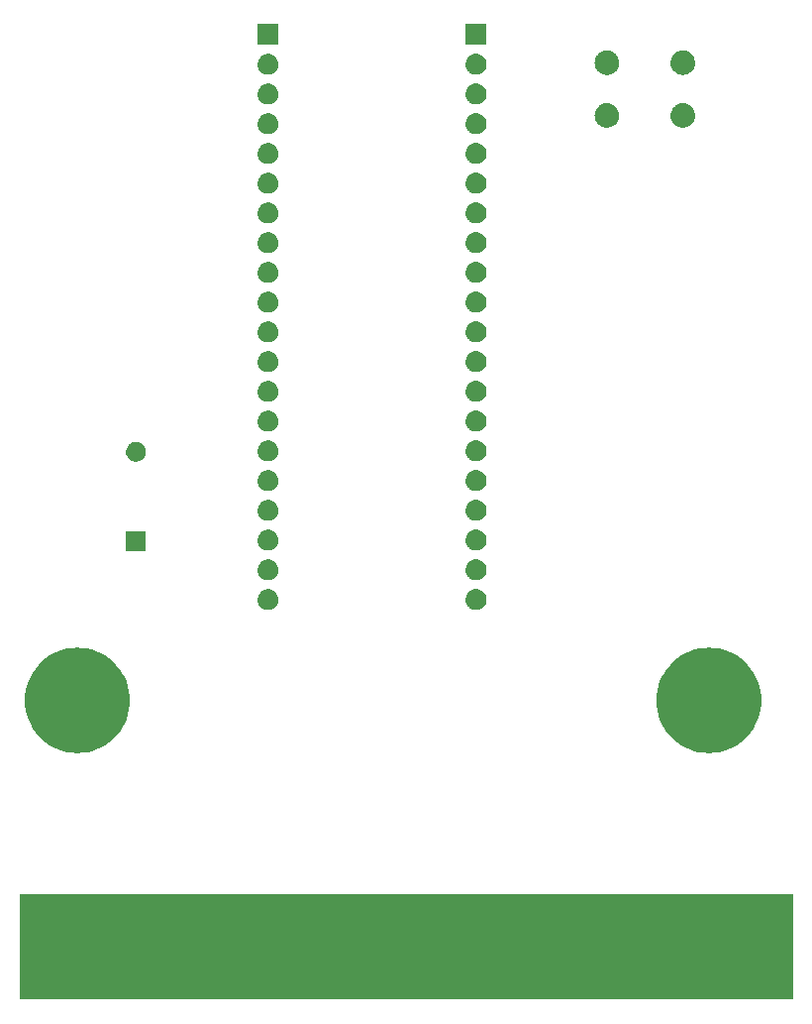
<source format=gbr>
%TF.GenerationSoftware,KiCad,Pcbnew,8.0.4*%
%TF.CreationDate,2024-09-11T17:50:29+02:00*%
%TF.ProjectId,PicoPAC,5069636f-5041-4432-9e6b-696361645f70,rev?*%
%TF.SameCoordinates,Original*%
%TF.FileFunction,Soldermask,Top*%
%TF.FilePolarity,Negative*%
%FSLAX46Y46*%
G04 Gerber Fmt 4.6, Leading zero omitted, Abs format (unit mm)*
G04 Created by KiCad (PCBNEW 8.0.4) date 2024-09-11 17:50:29*
%MOMM*%
%LPD*%
G01*
G04 APERTURE LIST*
G04 APERTURE END LIST*
G36*
X88160301Y-129564237D02*
G01*
X88161821Y-129564612D01*
X88162361Y-129565090D01*
X88176891Y-129571109D01*
X88193000Y-129610000D01*
X88193000Y-138500000D01*
X88183760Y-138522307D01*
X88183387Y-138523821D01*
X88182910Y-138524359D01*
X88176891Y-138538891D01*
X88138000Y-138555000D01*
X88133329Y-138555000D01*
X22113178Y-138555000D01*
X22098000Y-138555000D01*
X22075694Y-138545760D01*
X22074178Y-138545387D01*
X22073638Y-138544909D01*
X22059109Y-138538891D01*
X22043000Y-138500000D01*
X22043000Y-129610000D01*
X22052236Y-129587699D01*
X22052612Y-129586178D01*
X22053091Y-129585636D01*
X22059109Y-129571109D01*
X22098000Y-129555000D01*
X88138000Y-129555000D01*
X88160301Y-129564237D01*
G37*
G36*
X27415208Y-108519196D02*
G01*
X27826873Y-108576621D01*
X28231483Y-108671785D01*
X28625587Y-108803875D01*
X29005823Y-108971765D01*
X29368945Y-109174023D01*
X29711856Y-109408922D01*
X30031630Y-109674460D01*
X30325540Y-109968370D01*
X30591078Y-110288144D01*
X30825977Y-110631055D01*
X31028235Y-110994177D01*
X31196125Y-111374413D01*
X31328215Y-111768517D01*
X31423379Y-112173127D01*
X31480804Y-112584792D01*
X31500000Y-113000000D01*
X31480804Y-113415208D01*
X31423379Y-113826873D01*
X31328215Y-114231483D01*
X31196125Y-114625587D01*
X31028235Y-115005823D01*
X30825977Y-115368945D01*
X30591078Y-115711856D01*
X30325540Y-116031630D01*
X30031630Y-116325540D01*
X29711856Y-116591078D01*
X29368945Y-116825977D01*
X29005823Y-117028235D01*
X28625587Y-117196125D01*
X28231483Y-117328215D01*
X27826873Y-117423379D01*
X27415208Y-117480804D01*
X27000000Y-117500000D01*
X26584792Y-117480804D01*
X26173127Y-117423379D01*
X25768517Y-117328215D01*
X25374413Y-117196125D01*
X24994177Y-117028235D01*
X24631055Y-116825977D01*
X24288144Y-116591078D01*
X23968370Y-116325540D01*
X23674460Y-116031630D01*
X23408922Y-115711856D01*
X23174023Y-115368945D01*
X22971765Y-115005823D01*
X22803875Y-114625587D01*
X22671785Y-114231483D01*
X22576621Y-113826873D01*
X22519196Y-113415208D01*
X22500000Y-113000000D01*
X22519196Y-112584792D01*
X22576621Y-112173127D01*
X22671785Y-111768517D01*
X22803875Y-111374413D01*
X22971765Y-110994177D01*
X23174023Y-110631055D01*
X23408922Y-110288144D01*
X23674460Y-109968370D01*
X23968370Y-109674460D01*
X24288144Y-109408922D01*
X24631055Y-109174023D01*
X24994177Y-108971765D01*
X25374413Y-108803875D01*
X25768517Y-108671785D01*
X26173127Y-108576621D01*
X26584792Y-108519196D01*
X27000000Y-108500000D01*
X27415208Y-108519196D01*
G37*
G36*
X81415208Y-108519196D02*
G01*
X81826873Y-108576621D01*
X82231483Y-108671785D01*
X82625587Y-108803875D01*
X83005823Y-108971765D01*
X83368945Y-109174023D01*
X83711856Y-109408922D01*
X84031630Y-109674460D01*
X84325540Y-109968370D01*
X84591078Y-110288144D01*
X84825977Y-110631055D01*
X85028235Y-110994177D01*
X85196125Y-111374413D01*
X85328215Y-111768517D01*
X85423379Y-112173127D01*
X85480804Y-112584792D01*
X85500000Y-113000000D01*
X85480804Y-113415208D01*
X85423379Y-113826873D01*
X85328215Y-114231483D01*
X85196125Y-114625587D01*
X85028235Y-115005823D01*
X84825977Y-115368945D01*
X84591078Y-115711856D01*
X84325540Y-116031630D01*
X84031630Y-116325540D01*
X83711856Y-116591078D01*
X83368945Y-116825977D01*
X83005823Y-117028235D01*
X82625587Y-117196125D01*
X82231483Y-117328215D01*
X81826873Y-117423379D01*
X81415208Y-117480804D01*
X81000000Y-117500000D01*
X80584792Y-117480804D01*
X80173127Y-117423379D01*
X79768517Y-117328215D01*
X79374413Y-117196125D01*
X78994177Y-117028235D01*
X78631055Y-116825977D01*
X78288144Y-116591078D01*
X77968370Y-116325540D01*
X77674460Y-116031630D01*
X77408922Y-115711856D01*
X77174023Y-115368945D01*
X76971765Y-115005823D01*
X76803875Y-114625587D01*
X76671785Y-114231483D01*
X76576621Y-113826873D01*
X76519196Y-113415208D01*
X76500000Y-113000000D01*
X76519196Y-112584792D01*
X76576621Y-112173127D01*
X76671785Y-111768517D01*
X76803875Y-111374413D01*
X76971765Y-110994177D01*
X77174023Y-110631055D01*
X77408922Y-110288144D01*
X77674460Y-109968370D01*
X77968370Y-109674460D01*
X78288144Y-109408922D01*
X78631055Y-109174023D01*
X78994177Y-108971765D01*
X79374413Y-108803875D01*
X79768517Y-108671785D01*
X80173127Y-108576621D01*
X80584792Y-108519196D01*
X81000000Y-108500000D01*
X81415208Y-108519196D01*
G37*
G36*
X43343973Y-103489135D02*
G01*
X43394159Y-103489135D01*
X43437496Y-103498346D01*
X43475616Y-103502101D01*
X43523506Y-103516628D01*
X43578363Y-103528288D01*
X43613463Y-103543915D01*
X43644492Y-103553328D01*
X43693803Y-103579685D01*
X43750400Y-103604884D01*
X43776713Y-103624002D01*
X43800120Y-103636513D01*
X43847860Y-103675693D01*
X43902753Y-103715575D01*
X43920578Y-103735372D01*
X43936533Y-103748466D01*
X43979410Y-103800711D01*
X44028763Y-103855523D01*
X44039129Y-103873477D01*
X44048486Y-103884879D01*
X44083105Y-103949647D01*
X44122922Y-104018612D01*
X44127501Y-104032706D01*
X44131671Y-104040507D01*
X44154656Y-104116281D01*
X44181115Y-104197713D01*
X44182046Y-104206576D01*
X44182898Y-104209383D01*
X44191184Y-104293518D01*
X44200800Y-104385000D01*
X44191183Y-104476489D01*
X44182898Y-104560616D01*
X44182046Y-104563422D01*
X44181115Y-104572287D01*
X44154651Y-104653732D01*
X44131671Y-104729492D01*
X44127502Y-104737290D01*
X44122922Y-104751388D01*
X44083098Y-104820365D01*
X44048486Y-104885120D01*
X44039131Y-104896518D01*
X44028763Y-104914477D01*
X43979401Y-104969298D01*
X43936533Y-105021533D01*
X43920582Y-105034623D01*
X43902753Y-105054425D01*
X43847850Y-105094314D01*
X43800120Y-105133486D01*
X43776719Y-105145994D01*
X43750400Y-105165116D01*
X43693792Y-105190319D01*
X43644492Y-105216671D01*
X43613470Y-105226081D01*
X43578363Y-105241712D01*
X43523495Y-105253374D01*
X43475616Y-105267898D01*
X43437505Y-105271651D01*
X43394159Y-105280865D01*
X43343962Y-105280865D01*
X43300000Y-105285195D01*
X43256037Y-105280865D01*
X43205841Y-105280865D01*
X43162495Y-105271651D01*
X43124383Y-105267898D01*
X43076501Y-105253373D01*
X43021637Y-105241712D01*
X42986531Y-105226082D01*
X42955507Y-105216671D01*
X42906202Y-105190316D01*
X42849600Y-105165116D01*
X42823283Y-105145996D01*
X42799879Y-105133486D01*
X42752141Y-105094308D01*
X42697247Y-105054425D01*
X42679420Y-105034626D01*
X42663466Y-105021533D01*
X42620587Y-104969285D01*
X42571237Y-104914477D01*
X42560871Y-104896522D01*
X42551513Y-104885120D01*
X42516888Y-104820341D01*
X42477078Y-104751388D01*
X42472499Y-104737295D01*
X42468328Y-104729492D01*
X42445332Y-104653686D01*
X42418885Y-104572287D01*
X42417953Y-104563427D01*
X42417101Y-104560616D01*
X42408800Y-104476338D01*
X42399200Y-104385000D01*
X42408799Y-104293669D01*
X42417101Y-104209383D01*
X42417953Y-104206571D01*
X42418885Y-104197713D01*
X42445328Y-104116327D01*
X42468328Y-104040507D01*
X42472499Y-104032701D01*
X42477078Y-104018612D01*
X42516881Y-103949670D01*
X42551513Y-103884879D01*
X42560873Y-103873473D01*
X42571237Y-103855523D01*
X42620577Y-103800724D01*
X42663466Y-103748466D01*
X42679424Y-103735369D01*
X42697247Y-103715575D01*
X42752130Y-103675699D01*
X42799879Y-103636513D01*
X42823288Y-103624000D01*
X42849600Y-103604884D01*
X42906190Y-103579688D01*
X42955507Y-103553328D01*
X42986538Y-103543914D01*
X43021637Y-103528288D01*
X43076490Y-103516628D01*
X43124383Y-103502101D01*
X43162504Y-103498346D01*
X43205841Y-103489135D01*
X43256027Y-103489135D01*
X43300000Y-103484804D01*
X43343973Y-103489135D01*
G37*
G36*
X61143973Y-103484135D02*
G01*
X61194159Y-103484135D01*
X61237496Y-103493346D01*
X61275616Y-103497101D01*
X61323506Y-103511628D01*
X61378363Y-103523288D01*
X61413463Y-103538915D01*
X61444492Y-103548328D01*
X61493803Y-103574685D01*
X61550400Y-103599884D01*
X61576713Y-103619002D01*
X61600120Y-103631513D01*
X61647860Y-103670693D01*
X61702753Y-103710575D01*
X61720578Y-103730372D01*
X61736533Y-103743466D01*
X61779410Y-103795711D01*
X61828763Y-103850523D01*
X61839129Y-103868477D01*
X61848486Y-103879879D01*
X61883105Y-103944647D01*
X61922922Y-104013612D01*
X61927501Y-104027706D01*
X61931671Y-104035507D01*
X61954656Y-104111281D01*
X61981115Y-104192713D01*
X61982046Y-104201576D01*
X61982898Y-104204383D01*
X61991184Y-104288518D01*
X62000800Y-104380000D01*
X61991183Y-104471489D01*
X61982898Y-104555616D01*
X61982046Y-104558422D01*
X61981115Y-104567287D01*
X61954651Y-104648732D01*
X61931671Y-104724492D01*
X61927502Y-104732290D01*
X61922922Y-104746388D01*
X61883098Y-104815365D01*
X61848486Y-104880120D01*
X61839131Y-104891518D01*
X61828763Y-104909477D01*
X61779401Y-104964298D01*
X61736533Y-105016533D01*
X61720582Y-105029623D01*
X61702753Y-105049425D01*
X61647850Y-105089314D01*
X61600120Y-105128486D01*
X61576719Y-105140994D01*
X61550400Y-105160116D01*
X61493792Y-105185319D01*
X61444492Y-105211671D01*
X61413470Y-105221081D01*
X61378363Y-105236712D01*
X61323495Y-105248374D01*
X61275616Y-105262898D01*
X61237505Y-105266651D01*
X61194159Y-105275865D01*
X61143962Y-105275865D01*
X61100000Y-105280195D01*
X61056037Y-105275865D01*
X61005841Y-105275865D01*
X60962495Y-105266651D01*
X60924383Y-105262898D01*
X60876501Y-105248373D01*
X60821637Y-105236712D01*
X60786531Y-105221082D01*
X60755507Y-105211671D01*
X60706202Y-105185316D01*
X60649600Y-105160116D01*
X60623283Y-105140996D01*
X60599879Y-105128486D01*
X60552141Y-105089308D01*
X60497247Y-105049425D01*
X60479420Y-105029626D01*
X60463466Y-105016533D01*
X60420587Y-104964285D01*
X60371237Y-104909477D01*
X60360871Y-104891522D01*
X60351513Y-104880120D01*
X60316888Y-104815341D01*
X60277078Y-104746388D01*
X60272499Y-104732295D01*
X60268328Y-104724492D01*
X60245332Y-104648686D01*
X60218885Y-104567287D01*
X60217953Y-104558427D01*
X60217101Y-104555616D01*
X60208800Y-104471338D01*
X60199200Y-104380000D01*
X60208799Y-104288669D01*
X60217101Y-104204383D01*
X60217953Y-104201571D01*
X60218885Y-104192713D01*
X60245328Y-104111327D01*
X60268328Y-104035507D01*
X60272499Y-104027701D01*
X60277078Y-104013612D01*
X60316881Y-103944670D01*
X60351513Y-103879879D01*
X60360873Y-103868473D01*
X60371237Y-103850523D01*
X60420577Y-103795724D01*
X60463466Y-103743466D01*
X60479424Y-103730369D01*
X60497247Y-103710575D01*
X60552130Y-103670699D01*
X60599879Y-103631513D01*
X60623288Y-103619000D01*
X60649600Y-103599884D01*
X60706190Y-103574688D01*
X60755507Y-103548328D01*
X60786538Y-103538914D01*
X60821637Y-103523288D01*
X60876490Y-103511628D01*
X60924383Y-103497101D01*
X60962504Y-103493346D01*
X61005841Y-103484135D01*
X61056027Y-103484135D01*
X61100000Y-103479804D01*
X61143973Y-103484135D01*
G37*
G36*
X43343973Y-100949135D02*
G01*
X43394159Y-100949135D01*
X43437496Y-100958346D01*
X43475616Y-100962101D01*
X43523506Y-100976628D01*
X43578363Y-100988288D01*
X43613463Y-101003915D01*
X43644492Y-101013328D01*
X43693803Y-101039685D01*
X43750400Y-101064884D01*
X43776713Y-101084002D01*
X43800120Y-101096513D01*
X43847860Y-101135693D01*
X43902753Y-101175575D01*
X43920578Y-101195372D01*
X43936533Y-101208466D01*
X43979410Y-101260711D01*
X44028763Y-101315523D01*
X44039129Y-101333477D01*
X44048486Y-101344879D01*
X44083105Y-101409647D01*
X44122922Y-101478612D01*
X44127501Y-101492706D01*
X44131671Y-101500507D01*
X44154656Y-101576281D01*
X44181115Y-101657713D01*
X44182046Y-101666576D01*
X44182898Y-101669383D01*
X44191184Y-101753518D01*
X44200800Y-101845000D01*
X44191183Y-101936489D01*
X44182898Y-102020616D01*
X44182046Y-102023422D01*
X44181115Y-102032287D01*
X44154651Y-102113732D01*
X44131671Y-102189492D01*
X44127502Y-102197290D01*
X44122922Y-102211388D01*
X44083098Y-102280365D01*
X44048486Y-102345120D01*
X44039131Y-102356518D01*
X44028763Y-102374477D01*
X43979401Y-102429298D01*
X43936533Y-102481533D01*
X43920582Y-102494623D01*
X43902753Y-102514425D01*
X43847850Y-102554314D01*
X43800120Y-102593486D01*
X43776719Y-102605994D01*
X43750400Y-102625116D01*
X43693792Y-102650319D01*
X43644492Y-102676671D01*
X43613470Y-102686081D01*
X43578363Y-102701712D01*
X43523495Y-102713374D01*
X43475616Y-102727898D01*
X43437505Y-102731651D01*
X43394159Y-102740865D01*
X43343962Y-102740865D01*
X43300000Y-102745195D01*
X43256037Y-102740865D01*
X43205841Y-102740865D01*
X43162495Y-102731651D01*
X43124383Y-102727898D01*
X43076501Y-102713373D01*
X43021637Y-102701712D01*
X42986531Y-102686082D01*
X42955507Y-102676671D01*
X42906202Y-102650316D01*
X42849600Y-102625116D01*
X42823283Y-102605996D01*
X42799879Y-102593486D01*
X42752141Y-102554308D01*
X42697247Y-102514425D01*
X42679420Y-102494626D01*
X42663466Y-102481533D01*
X42620587Y-102429285D01*
X42571237Y-102374477D01*
X42560871Y-102356522D01*
X42551513Y-102345120D01*
X42516888Y-102280341D01*
X42477078Y-102211388D01*
X42472499Y-102197295D01*
X42468328Y-102189492D01*
X42445332Y-102113686D01*
X42418885Y-102032287D01*
X42417953Y-102023427D01*
X42417101Y-102020616D01*
X42408800Y-101936338D01*
X42399200Y-101845000D01*
X42408799Y-101753669D01*
X42417101Y-101669383D01*
X42417953Y-101666571D01*
X42418885Y-101657713D01*
X42445328Y-101576327D01*
X42468328Y-101500507D01*
X42472499Y-101492701D01*
X42477078Y-101478612D01*
X42516881Y-101409670D01*
X42551513Y-101344879D01*
X42560873Y-101333473D01*
X42571237Y-101315523D01*
X42620577Y-101260724D01*
X42663466Y-101208466D01*
X42679424Y-101195369D01*
X42697247Y-101175575D01*
X42752130Y-101135699D01*
X42799879Y-101096513D01*
X42823288Y-101084000D01*
X42849600Y-101064884D01*
X42906190Y-101039688D01*
X42955507Y-101013328D01*
X42986538Y-101003914D01*
X43021637Y-100988288D01*
X43076490Y-100976628D01*
X43124383Y-100962101D01*
X43162504Y-100958346D01*
X43205841Y-100949135D01*
X43256027Y-100949135D01*
X43300000Y-100944804D01*
X43343973Y-100949135D01*
G37*
G36*
X61143973Y-100944135D02*
G01*
X61194159Y-100944135D01*
X61237496Y-100953346D01*
X61275616Y-100957101D01*
X61323506Y-100971628D01*
X61378363Y-100983288D01*
X61413463Y-100998915D01*
X61444492Y-101008328D01*
X61493803Y-101034685D01*
X61550400Y-101059884D01*
X61576713Y-101079002D01*
X61600120Y-101091513D01*
X61647860Y-101130693D01*
X61702753Y-101170575D01*
X61720578Y-101190372D01*
X61736533Y-101203466D01*
X61779410Y-101255711D01*
X61828763Y-101310523D01*
X61839129Y-101328477D01*
X61848486Y-101339879D01*
X61883105Y-101404647D01*
X61922922Y-101473612D01*
X61927501Y-101487706D01*
X61931671Y-101495507D01*
X61954656Y-101571281D01*
X61981115Y-101652713D01*
X61982046Y-101661576D01*
X61982898Y-101664383D01*
X61991184Y-101748518D01*
X62000800Y-101840000D01*
X61991183Y-101931489D01*
X61982898Y-102015616D01*
X61982046Y-102018422D01*
X61981115Y-102027287D01*
X61954651Y-102108732D01*
X61931671Y-102184492D01*
X61927502Y-102192290D01*
X61922922Y-102206388D01*
X61883098Y-102275365D01*
X61848486Y-102340120D01*
X61839131Y-102351518D01*
X61828763Y-102369477D01*
X61779401Y-102424298D01*
X61736533Y-102476533D01*
X61720582Y-102489623D01*
X61702753Y-102509425D01*
X61647850Y-102549314D01*
X61600120Y-102588486D01*
X61576719Y-102600994D01*
X61550400Y-102620116D01*
X61493792Y-102645319D01*
X61444492Y-102671671D01*
X61413470Y-102681081D01*
X61378363Y-102696712D01*
X61323495Y-102708374D01*
X61275616Y-102722898D01*
X61237505Y-102726651D01*
X61194159Y-102735865D01*
X61143962Y-102735865D01*
X61100000Y-102740195D01*
X61056037Y-102735865D01*
X61005841Y-102735865D01*
X60962495Y-102726651D01*
X60924383Y-102722898D01*
X60876501Y-102708373D01*
X60821637Y-102696712D01*
X60786531Y-102681082D01*
X60755507Y-102671671D01*
X60706202Y-102645316D01*
X60649600Y-102620116D01*
X60623283Y-102600996D01*
X60599879Y-102588486D01*
X60552141Y-102549308D01*
X60497247Y-102509425D01*
X60479420Y-102489626D01*
X60463466Y-102476533D01*
X60420587Y-102424285D01*
X60371237Y-102369477D01*
X60360871Y-102351522D01*
X60351513Y-102340120D01*
X60316888Y-102275341D01*
X60277078Y-102206388D01*
X60272499Y-102192295D01*
X60268328Y-102184492D01*
X60245332Y-102108686D01*
X60218885Y-102027287D01*
X60217953Y-102018427D01*
X60217101Y-102015616D01*
X60208800Y-101931338D01*
X60199200Y-101840000D01*
X60208799Y-101748669D01*
X60217101Y-101664383D01*
X60217953Y-101661571D01*
X60218885Y-101652713D01*
X60245328Y-101571327D01*
X60268328Y-101495507D01*
X60272499Y-101487701D01*
X60277078Y-101473612D01*
X60316881Y-101404670D01*
X60351513Y-101339879D01*
X60360873Y-101328473D01*
X60371237Y-101310523D01*
X60420577Y-101255724D01*
X60463466Y-101203466D01*
X60479424Y-101190369D01*
X60497247Y-101170575D01*
X60552130Y-101130699D01*
X60599879Y-101091513D01*
X60623288Y-101079000D01*
X60649600Y-101059884D01*
X60706190Y-101034688D01*
X60755507Y-101008328D01*
X60786538Y-100998914D01*
X60821637Y-100983288D01*
X60876490Y-100971628D01*
X60924383Y-100957101D01*
X60962504Y-100953346D01*
X61005841Y-100944135D01*
X61056027Y-100944135D01*
X61100000Y-100939804D01*
X61143973Y-100944135D01*
G37*
G36*
X32834440Y-98528067D02*
G01*
X32850921Y-98539079D01*
X32861933Y-98555560D01*
X32865800Y-98575000D01*
X32865800Y-100175000D01*
X32861933Y-100194440D01*
X32850921Y-100210921D01*
X32834440Y-100221933D01*
X32815000Y-100225800D01*
X31215000Y-100225800D01*
X31195560Y-100221933D01*
X31179079Y-100210921D01*
X31168067Y-100194440D01*
X31164200Y-100175000D01*
X31164200Y-98575000D01*
X31168067Y-98555560D01*
X31179079Y-98539079D01*
X31195560Y-98528067D01*
X31215000Y-98524200D01*
X32815000Y-98524200D01*
X32834440Y-98528067D01*
G37*
G36*
X43343973Y-98409135D02*
G01*
X43394159Y-98409135D01*
X43437496Y-98418346D01*
X43475616Y-98422101D01*
X43523506Y-98436628D01*
X43578363Y-98448288D01*
X43613463Y-98463915D01*
X43644492Y-98473328D01*
X43693803Y-98499685D01*
X43750400Y-98524884D01*
X43776713Y-98544002D01*
X43800120Y-98556513D01*
X43847860Y-98595693D01*
X43902753Y-98635575D01*
X43920578Y-98655372D01*
X43936533Y-98668466D01*
X43979410Y-98720711D01*
X44028763Y-98775523D01*
X44039129Y-98793477D01*
X44048486Y-98804879D01*
X44083105Y-98869647D01*
X44122922Y-98938612D01*
X44127501Y-98952706D01*
X44131671Y-98960507D01*
X44154656Y-99036281D01*
X44181115Y-99117713D01*
X44182046Y-99126576D01*
X44182898Y-99129383D01*
X44191184Y-99213518D01*
X44200800Y-99305000D01*
X44191183Y-99396489D01*
X44182898Y-99480616D01*
X44182046Y-99483422D01*
X44181115Y-99492287D01*
X44154651Y-99573732D01*
X44131671Y-99649492D01*
X44127502Y-99657290D01*
X44122922Y-99671388D01*
X44083098Y-99740365D01*
X44048486Y-99805120D01*
X44039131Y-99816518D01*
X44028763Y-99834477D01*
X43979401Y-99889298D01*
X43936533Y-99941533D01*
X43920582Y-99954623D01*
X43902753Y-99974425D01*
X43847850Y-100014314D01*
X43800120Y-100053486D01*
X43776719Y-100065994D01*
X43750400Y-100085116D01*
X43693792Y-100110319D01*
X43644492Y-100136671D01*
X43613470Y-100146081D01*
X43578363Y-100161712D01*
X43523495Y-100173374D01*
X43475616Y-100187898D01*
X43437505Y-100191651D01*
X43394159Y-100200865D01*
X43343962Y-100200865D01*
X43300000Y-100205195D01*
X43256037Y-100200865D01*
X43205841Y-100200865D01*
X43162495Y-100191651D01*
X43124383Y-100187898D01*
X43076501Y-100173373D01*
X43021637Y-100161712D01*
X42986531Y-100146082D01*
X42955507Y-100136671D01*
X42906202Y-100110316D01*
X42849600Y-100085116D01*
X42823283Y-100065996D01*
X42799879Y-100053486D01*
X42752141Y-100014308D01*
X42697247Y-99974425D01*
X42679420Y-99954626D01*
X42663466Y-99941533D01*
X42620587Y-99889285D01*
X42571237Y-99834477D01*
X42560871Y-99816522D01*
X42551513Y-99805120D01*
X42516888Y-99740341D01*
X42477078Y-99671388D01*
X42472499Y-99657295D01*
X42468328Y-99649492D01*
X42445332Y-99573686D01*
X42418885Y-99492287D01*
X42417953Y-99483427D01*
X42417101Y-99480616D01*
X42408800Y-99396338D01*
X42399200Y-99305000D01*
X42408799Y-99213669D01*
X42417101Y-99129383D01*
X42417953Y-99126571D01*
X42418885Y-99117713D01*
X42445328Y-99036327D01*
X42468328Y-98960507D01*
X42472499Y-98952701D01*
X42477078Y-98938612D01*
X42516881Y-98869670D01*
X42551513Y-98804879D01*
X42560873Y-98793473D01*
X42571237Y-98775523D01*
X42620577Y-98720724D01*
X42663466Y-98668466D01*
X42679424Y-98655369D01*
X42697247Y-98635575D01*
X42752130Y-98595699D01*
X42799879Y-98556513D01*
X42823288Y-98544000D01*
X42849600Y-98524884D01*
X42906190Y-98499688D01*
X42955507Y-98473328D01*
X42986538Y-98463914D01*
X43021637Y-98448288D01*
X43076490Y-98436628D01*
X43124383Y-98422101D01*
X43162504Y-98418346D01*
X43205841Y-98409135D01*
X43256027Y-98409135D01*
X43300000Y-98404804D01*
X43343973Y-98409135D01*
G37*
G36*
X61143973Y-98404135D02*
G01*
X61194159Y-98404135D01*
X61237496Y-98413346D01*
X61275616Y-98417101D01*
X61323506Y-98431628D01*
X61378363Y-98443288D01*
X61413463Y-98458915D01*
X61444492Y-98468328D01*
X61493803Y-98494685D01*
X61550400Y-98519884D01*
X61576713Y-98539002D01*
X61600120Y-98551513D01*
X61647860Y-98590693D01*
X61702753Y-98630575D01*
X61720578Y-98650372D01*
X61736533Y-98663466D01*
X61779410Y-98715711D01*
X61828763Y-98770523D01*
X61839129Y-98788477D01*
X61848486Y-98799879D01*
X61883105Y-98864647D01*
X61922922Y-98933612D01*
X61927501Y-98947706D01*
X61931671Y-98955507D01*
X61954656Y-99031281D01*
X61981115Y-99112713D01*
X61982046Y-99121576D01*
X61982898Y-99124383D01*
X61991184Y-99208518D01*
X62000800Y-99300000D01*
X61991183Y-99391489D01*
X61982898Y-99475616D01*
X61982046Y-99478422D01*
X61981115Y-99487287D01*
X61954651Y-99568732D01*
X61931671Y-99644492D01*
X61927502Y-99652290D01*
X61922922Y-99666388D01*
X61883098Y-99735365D01*
X61848486Y-99800120D01*
X61839131Y-99811518D01*
X61828763Y-99829477D01*
X61779401Y-99884298D01*
X61736533Y-99936533D01*
X61720582Y-99949623D01*
X61702753Y-99969425D01*
X61647850Y-100009314D01*
X61600120Y-100048486D01*
X61576719Y-100060994D01*
X61550400Y-100080116D01*
X61493792Y-100105319D01*
X61444492Y-100131671D01*
X61413470Y-100141081D01*
X61378363Y-100156712D01*
X61323495Y-100168374D01*
X61275616Y-100182898D01*
X61237505Y-100186651D01*
X61194159Y-100195865D01*
X61143962Y-100195865D01*
X61100000Y-100200195D01*
X61056037Y-100195865D01*
X61005841Y-100195865D01*
X60962495Y-100186651D01*
X60924383Y-100182898D01*
X60876501Y-100168373D01*
X60821637Y-100156712D01*
X60786531Y-100141082D01*
X60755507Y-100131671D01*
X60706202Y-100105316D01*
X60649600Y-100080116D01*
X60623283Y-100060996D01*
X60599879Y-100048486D01*
X60552141Y-100009308D01*
X60497247Y-99969425D01*
X60479420Y-99949626D01*
X60463466Y-99936533D01*
X60420587Y-99884285D01*
X60371237Y-99829477D01*
X60360871Y-99811522D01*
X60351513Y-99800120D01*
X60316888Y-99735341D01*
X60277078Y-99666388D01*
X60272499Y-99652295D01*
X60268328Y-99644492D01*
X60245332Y-99568686D01*
X60218885Y-99487287D01*
X60217953Y-99478427D01*
X60217101Y-99475616D01*
X60208800Y-99391338D01*
X60199200Y-99300000D01*
X60208799Y-99208669D01*
X60217101Y-99124383D01*
X60217953Y-99121571D01*
X60218885Y-99112713D01*
X60245328Y-99031327D01*
X60268328Y-98955507D01*
X60272499Y-98947701D01*
X60277078Y-98933612D01*
X60316881Y-98864670D01*
X60351513Y-98799879D01*
X60360873Y-98788473D01*
X60371237Y-98770523D01*
X60420577Y-98715724D01*
X60463466Y-98663466D01*
X60479424Y-98650369D01*
X60497247Y-98630575D01*
X60552130Y-98590699D01*
X60599879Y-98551513D01*
X60623288Y-98539000D01*
X60649600Y-98519884D01*
X60706190Y-98494688D01*
X60755507Y-98468328D01*
X60786538Y-98458914D01*
X60821637Y-98443288D01*
X60876490Y-98431628D01*
X60924383Y-98417101D01*
X60962504Y-98413346D01*
X61005841Y-98404135D01*
X61056027Y-98404135D01*
X61100000Y-98399804D01*
X61143973Y-98404135D01*
G37*
G36*
X43343973Y-95869135D02*
G01*
X43394159Y-95869135D01*
X43437496Y-95878346D01*
X43475616Y-95882101D01*
X43523506Y-95896628D01*
X43578363Y-95908288D01*
X43613463Y-95923915D01*
X43644492Y-95933328D01*
X43693803Y-95959685D01*
X43750400Y-95984884D01*
X43776713Y-96004002D01*
X43800120Y-96016513D01*
X43847860Y-96055693D01*
X43902753Y-96095575D01*
X43920578Y-96115372D01*
X43936533Y-96128466D01*
X43979410Y-96180711D01*
X44028763Y-96235523D01*
X44039129Y-96253477D01*
X44048486Y-96264879D01*
X44083105Y-96329647D01*
X44122922Y-96398612D01*
X44127501Y-96412706D01*
X44131671Y-96420507D01*
X44154656Y-96496281D01*
X44181115Y-96577713D01*
X44182046Y-96586576D01*
X44182898Y-96589383D01*
X44191184Y-96673518D01*
X44200800Y-96765000D01*
X44191183Y-96856489D01*
X44182898Y-96940616D01*
X44182046Y-96943422D01*
X44181115Y-96952287D01*
X44154651Y-97033732D01*
X44131671Y-97109492D01*
X44127502Y-97117290D01*
X44122922Y-97131388D01*
X44083098Y-97200365D01*
X44048486Y-97265120D01*
X44039131Y-97276518D01*
X44028763Y-97294477D01*
X43979401Y-97349298D01*
X43936533Y-97401533D01*
X43920582Y-97414623D01*
X43902753Y-97434425D01*
X43847850Y-97474314D01*
X43800120Y-97513486D01*
X43776719Y-97525994D01*
X43750400Y-97545116D01*
X43693792Y-97570319D01*
X43644492Y-97596671D01*
X43613470Y-97606081D01*
X43578363Y-97621712D01*
X43523495Y-97633374D01*
X43475616Y-97647898D01*
X43437505Y-97651651D01*
X43394159Y-97660865D01*
X43343962Y-97660865D01*
X43300000Y-97665195D01*
X43256037Y-97660865D01*
X43205841Y-97660865D01*
X43162495Y-97651651D01*
X43124383Y-97647898D01*
X43076501Y-97633373D01*
X43021637Y-97621712D01*
X42986531Y-97606082D01*
X42955507Y-97596671D01*
X42906202Y-97570316D01*
X42849600Y-97545116D01*
X42823283Y-97525996D01*
X42799879Y-97513486D01*
X42752141Y-97474308D01*
X42697247Y-97434425D01*
X42679420Y-97414626D01*
X42663466Y-97401533D01*
X42620587Y-97349285D01*
X42571237Y-97294477D01*
X42560871Y-97276522D01*
X42551513Y-97265120D01*
X42516888Y-97200341D01*
X42477078Y-97131388D01*
X42472499Y-97117295D01*
X42468328Y-97109492D01*
X42445332Y-97033686D01*
X42418885Y-96952287D01*
X42417953Y-96943427D01*
X42417101Y-96940616D01*
X42408800Y-96856338D01*
X42399200Y-96765000D01*
X42408799Y-96673669D01*
X42417101Y-96589383D01*
X42417953Y-96586571D01*
X42418885Y-96577713D01*
X42445328Y-96496327D01*
X42468328Y-96420507D01*
X42472499Y-96412701D01*
X42477078Y-96398612D01*
X42516881Y-96329670D01*
X42551513Y-96264879D01*
X42560873Y-96253473D01*
X42571237Y-96235523D01*
X42620577Y-96180724D01*
X42663466Y-96128466D01*
X42679424Y-96115369D01*
X42697247Y-96095575D01*
X42752130Y-96055699D01*
X42799879Y-96016513D01*
X42823288Y-96004000D01*
X42849600Y-95984884D01*
X42906190Y-95959688D01*
X42955507Y-95933328D01*
X42986538Y-95923914D01*
X43021637Y-95908288D01*
X43076490Y-95896628D01*
X43124383Y-95882101D01*
X43162504Y-95878346D01*
X43205841Y-95869135D01*
X43256027Y-95869135D01*
X43300000Y-95864804D01*
X43343973Y-95869135D01*
G37*
G36*
X61143973Y-95864135D02*
G01*
X61194159Y-95864135D01*
X61237496Y-95873346D01*
X61275616Y-95877101D01*
X61323506Y-95891628D01*
X61378363Y-95903288D01*
X61413463Y-95918915D01*
X61444492Y-95928328D01*
X61493803Y-95954685D01*
X61550400Y-95979884D01*
X61576713Y-95999002D01*
X61600120Y-96011513D01*
X61647860Y-96050693D01*
X61702753Y-96090575D01*
X61720578Y-96110372D01*
X61736533Y-96123466D01*
X61779410Y-96175711D01*
X61828763Y-96230523D01*
X61839129Y-96248477D01*
X61848486Y-96259879D01*
X61883105Y-96324647D01*
X61922922Y-96393612D01*
X61927501Y-96407706D01*
X61931671Y-96415507D01*
X61954656Y-96491281D01*
X61981115Y-96572713D01*
X61982046Y-96581576D01*
X61982898Y-96584383D01*
X61991184Y-96668518D01*
X62000800Y-96760000D01*
X61991183Y-96851489D01*
X61982898Y-96935616D01*
X61982046Y-96938422D01*
X61981115Y-96947287D01*
X61954651Y-97028732D01*
X61931671Y-97104492D01*
X61927502Y-97112290D01*
X61922922Y-97126388D01*
X61883098Y-97195365D01*
X61848486Y-97260120D01*
X61839131Y-97271518D01*
X61828763Y-97289477D01*
X61779401Y-97344298D01*
X61736533Y-97396533D01*
X61720582Y-97409623D01*
X61702753Y-97429425D01*
X61647850Y-97469314D01*
X61600120Y-97508486D01*
X61576719Y-97520994D01*
X61550400Y-97540116D01*
X61493792Y-97565319D01*
X61444492Y-97591671D01*
X61413470Y-97601081D01*
X61378363Y-97616712D01*
X61323495Y-97628374D01*
X61275616Y-97642898D01*
X61237505Y-97646651D01*
X61194159Y-97655865D01*
X61143962Y-97655865D01*
X61100000Y-97660195D01*
X61056037Y-97655865D01*
X61005841Y-97655865D01*
X60962495Y-97646651D01*
X60924383Y-97642898D01*
X60876501Y-97628373D01*
X60821637Y-97616712D01*
X60786531Y-97601082D01*
X60755507Y-97591671D01*
X60706202Y-97565316D01*
X60649600Y-97540116D01*
X60623283Y-97520996D01*
X60599879Y-97508486D01*
X60552141Y-97469308D01*
X60497247Y-97429425D01*
X60479420Y-97409626D01*
X60463466Y-97396533D01*
X60420587Y-97344285D01*
X60371237Y-97289477D01*
X60360871Y-97271522D01*
X60351513Y-97260120D01*
X60316888Y-97195341D01*
X60277078Y-97126388D01*
X60272499Y-97112295D01*
X60268328Y-97104492D01*
X60245332Y-97028686D01*
X60218885Y-96947287D01*
X60217953Y-96938427D01*
X60217101Y-96935616D01*
X60208800Y-96851338D01*
X60199200Y-96760000D01*
X60208799Y-96668669D01*
X60217101Y-96584383D01*
X60217953Y-96581571D01*
X60218885Y-96572713D01*
X60245328Y-96491327D01*
X60268328Y-96415507D01*
X60272499Y-96407701D01*
X60277078Y-96393612D01*
X60316881Y-96324670D01*
X60351513Y-96259879D01*
X60360873Y-96248473D01*
X60371237Y-96230523D01*
X60420577Y-96175724D01*
X60463466Y-96123466D01*
X60479424Y-96110369D01*
X60497247Y-96090575D01*
X60552130Y-96050699D01*
X60599879Y-96011513D01*
X60623288Y-95999000D01*
X60649600Y-95979884D01*
X60706190Y-95954688D01*
X60755507Y-95928328D01*
X60786538Y-95918914D01*
X60821637Y-95903288D01*
X60876490Y-95891628D01*
X60924383Y-95877101D01*
X60962504Y-95873346D01*
X61005841Y-95864135D01*
X61056027Y-95864135D01*
X61100000Y-95859804D01*
X61143973Y-95864135D01*
G37*
G36*
X43343973Y-93329135D02*
G01*
X43394159Y-93329135D01*
X43437496Y-93338346D01*
X43475616Y-93342101D01*
X43523506Y-93356628D01*
X43578363Y-93368288D01*
X43613463Y-93383915D01*
X43644492Y-93393328D01*
X43693803Y-93419685D01*
X43750400Y-93444884D01*
X43776713Y-93464002D01*
X43800120Y-93476513D01*
X43847860Y-93515693D01*
X43902753Y-93555575D01*
X43920578Y-93575372D01*
X43936533Y-93588466D01*
X43979410Y-93640711D01*
X44028763Y-93695523D01*
X44039129Y-93713477D01*
X44048486Y-93724879D01*
X44083105Y-93789647D01*
X44122922Y-93858612D01*
X44127501Y-93872706D01*
X44131671Y-93880507D01*
X44154656Y-93956281D01*
X44181115Y-94037713D01*
X44182046Y-94046576D01*
X44182898Y-94049383D01*
X44191184Y-94133518D01*
X44200800Y-94225000D01*
X44191183Y-94316489D01*
X44182898Y-94400616D01*
X44182046Y-94403422D01*
X44181115Y-94412287D01*
X44154651Y-94493732D01*
X44131671Y-94569492D01*
X44127502Y-94577290D01*
X44122922Y-94591388D01*
X44083098Y-94660365D01*
X44048486Y-94725120D01*
X44039131Y-94736518D01*
X44028763Y-94754477D01*
X43979401Y-94809298D01*
X43936533Y-94861533D01*
X43920582Y-94874623D01*
X43902753Y-94894425D01*
X43847850Y-94934314D01*
X43800120Y-94973486D01*
X43776719Y-94985994D01*
X43750400Y-95005116D01*
X43693792Y-95030319D01*
X43644492Y-95056671D01*
X43613470Y-95066081D01*
X43578363Y-95081712D01*
X43523495Y-95093374D01*
X43475616Y-95107898D01*
X43437505Y-95111651D01*
X43394159Y-95120865D01*
X43343962Y-95120865D01*
X43300000Y-95125195D01*
X43256037Y-95120865D01*
X43205841Y-95120865D01*
X43162495Y-95111651D01*
X43124383Y-95107898D01*
X43076501Y-95093373D01*
X43021637Y-95081712D01*
X42986531Y-95066082D01*
X42955507Y-95056671D01*
X42906202Y-95030316D01*
X42849600Y-95005116D01*
X42823283Y-94985996D01*
X42799879Y-94973486D01*
X42752141Y-94934308D01*
X42697247Y-94894425D01*
X42679420Y-94874626D01*
X42663466Y-94861533D01*
X42620587Y-94809285D01*
X42571237Y-94754477D01*
X42560871Y-94736522D01*
X42551513Y-94725120D01*
X42516888Y-94660341D01*
X42477078Y-94591388D01*
X42472499Y-94577295D01*
X42468328Y-94569492D01*
X42445332Y-94493686D01*
X42418885Y-94412287D01*
X42417953Y-94403427D01*
X42417101Y-94400616D01*
X42408800Y-94316338D01*
X42399200Y-94225000D01*
X42408799Y-94133669D01*
X42417101Y-94049383D01*
X42417953Y-94046571D01*
X42418885Y-94037713D01*
X42445328Y-93956327D01*
X42468328Y-93880507D01*
X42472499Y-93872701D01*
X42477078Y-93858612D01*
X42516881Y-93789670D01*
X42551513Y-93724879D01*
X42560873Y-93713473D01*
X42571237Y-93695523D01*
X42620577Y-93640724D01*
X42663466Y-93588466D01*
X42679424Y-93575369D01*
X42697247Y-93555575D01*
X42752130Y-93515699D01*
X42799879Y-93476513D01*
X42823288Y-93464000D01*
X42849600Y-93444884D01*
X42906190Y-93419688D01*
X42955507Y-93393328D01*
X42986538Y-93383914D01*
X43021637Y-93368288D01*
X43076490Y-93356628D01*
X43124383Y-93342101D01*
X43162504Y-93338346D01*
X43205841Y-93329135D01*
X43256027Y-93329135D01*
X43300000Y-93324804D01*
X43343973Y-93329135D01*
G37*
G36*
X61143973Y-93324135D02*
G01*
X61194159Y-93324135D01*
X61237496Y-93333346D01*
X61275616Y-93337101D01*
X61323506Y-93351628D01*
X61378363Y-93363288D01*
X61413463Y-93378915D01*
X61444492Y-93388328D01*
X61493803Y-93414685D01*
X61550400Y-93439884D01*
X61576713Y-93459002D01*
X61600120Y-93471513D01*
X61647860Y-93510693D01*
X61702753Y-93550575D01*
X61720578Y-93570372D01*
X61736533Y-93583466D01*
X61779410Y-93635711D01*
X61828763Y-93690523D01*
X61839129Y-93708477D01*
X61848486Y-93719879D01*
X61883105Y-93784647D01*
X61922922Y-93853612D01*
X61927501Y-93867706D01*
X61931671Y-93875507D01*
X61954656Y-93951281D01*
X61981115Y-94032713D01*
X61982046Y-94041576D01*
X61982898Y-94044383D01*
X61991184Y-94128518D01*
X62000800Y-94220000D01*
X61991183Y-94311489D01*
X61982898Y-94395616D01*
X61982046Y-94398422D01*
X61981115Y-94407287D01*
X61954651Y-94488732D01*
X61931671Y-94564492D01*
X61927502Y-94572290D01*
X61922922Y-94586388D01*
X61883098Y-94655365D01*
X61848486Y-94720120D01*
X61839131Y-94731518D01*
X61828763Y-94749477D01*
X61779401Y-94804298D01*
X61736533Y-94856533D01*
X61720582Y-94869623D01*
X61702753Y-94889425D01*
X61647850Y-94929314D01*
X61600120Y-94968486D01*
X61576719Y-94980994D01*
X61550400Y-95000116D01*
X61493792Y-95025319D01*
X61444492Y-95051671D01*
X61413470Y-95061081D01*
X61378363Y-95076712D01*
X61323495Y-95088374D01*
X61275616Y-95102898D01*
X61237505Y-95106651D01*
X61194159Y-95115865D01*
X61143962Y-95115865D01*
X61100000Y-95120195D01*
X61056037Y-95115865D01*
X61005841Y-95115865D01*
X60962495Y-95106651D01*
X60924383Y-95102898D01*
X60876501Y-95088373D01*
X60821637Y-95076712D01*
X60786531Y-95061082D01*
X60755507Y-95051671D01*
X60706202Y-95025316D01*
X60649600Y-95000116D01*
X60623283Y-94980996D01*
X60599879Y-94968486D01*
X60552141Y-94929308D01*
X60497247Y-94889425D01*
X60479420Y-94869626D01*
X60463466Y-94856533D01*
X60420587Y-94804285D01*
X60371237Y-94749477D01*
X60360871Y-94731522D01*
X60351513Y-94720120D01*
X60316888Y-94655341D01*
X60277078Y-94586388D01*
X60272499Y-94572295D01*
X60268328Y-94564492D01*
X60245332Y-94488686D01*
X60218885Y-94407287D01*
X60217953Y-94398427D01*
X60217101Y-94395616D01*
X60208800Y-94311338D01*
X60199200Y-94220000D01*
X60208799Y-94128669D01*
X60217101Y-94044383D01*
X60217953Y-94041571D01*
X60218885Y-94032713D01*
X60245328Y-93951327D01*
X60268328Y-93875507D01*
X60272499Y-93867701D01*
X60277078Y-93853612D01*
X60316881Y-93784670D01*
X60351513Y-93719879D01*
X60360873Y-93708473D01*
X60371237Y-93690523D01*
X60420577Y-93635724D01*
X60463466Y-93583466D01*
X60479424Y-93570369D01*
X60497247Y-93550575D01*
X60552130Y-93510699D01*
X60599879Y-93471513D01*
X60623288Y-93459000D01*
X60649600Y-93439884D01*
X60706190Y-93414688D01*
X60755507Y-93388328D01*
X60786538Y-93378914D01*
X60821637Y-93363288D01*
X60876490Y-93351628D01*
X60924383Y-93337101D01*
X60962504Y-93333346D01*
X61005841Y-93324135D01*
X61056027Y-93324135D01*
X61100000Y-93319804D01*
X61143973Y-93324135D01*
G37*
G36*
X32056189Y-90908861D02*
G01*
X32103933Y-90908861D01*
X32145164Y-90917624D01*
X32180862Y-90921141D01*
X32225708Y-90934745D01*
X32277912Y-90945841D01*
X32311314Y-90960712D01*
X32340358Y-90969523D01*
X32386515Y-90994194D01*
X32440400Y-91018186D01*
X32465453Y-91036388D01*
X32487338Y-91048086D01*
X32531981Y-91084723D01*
X32584296Y-91122732D01*
X32601280Y-91141595D01*
X32616178Y-91153821D01*
X32656205Y-91202594D01*
X32703312Y-91254912D01*
X32713210Y-91272056D01*
X32721913Y-91282661D01*
X32754113Y-91342903D01*
X32792244Y-91408948D01*
X32796629Y-91422444D01*
X32800476Y-91429641D01*
X32821680Y-91499545D01*
X32847208Y-91578109D01*
X32848106Y-91586660D01*
X32848858Y-91589137D01*
X32856176Y-91663434D01*
X32865800Y-91755000D01*
X32856175Y-91846573D01*
X32848858Y-91920862D01*
X32848106Y-91923337D01*
X32847208Y-91931891D01*
X32821676Y-92010468D01*
X32800476Y-92080358D01*
X32796630Y-92087553D01*
X32792244Y-92101052D01*
X32754106Y-92167108D01*
X32721913Y-92227338D01*
X32713212Y-92237939D01*
X32703312Y-92255088D01*
X32656195Y-92307415D01*
X32616178Y-92356178D01*
X32601283Y-92368401D01*
X32584296Y-92387268D01*
X32531970Y-92425284D01*
X32487338Y-92461913D01*
X32465459Y-92473607D01*
X32440400Y-92491814D01*
X32386504Y-92515810D01*
X32340358Y-92540476D01*
X32311321Y-92549284D01*
X32277912Y-92564159D01*
X32225697Y-92575257D01*
X32180862Y-92588858D01*
X32145172Y-92592373D01*
X32103933Y-92601139D01*
X32056179Y-92601139D01*
X32015000Y-92605195D01*
X31973821Y-92601139D01*
X31926067Y-92601139D01*
X31884827Y-92592373D01*
X31849137Y-92588858D01*
X31804298Y-92575256D01*
X31752088Y-92564159D01*
X31718680Y-92549285D01*
X31689641Y-92540476D01*
X31643489Y-92515807D01*
X31589600Y-92491814D01*
X31564543Y-92473609D01*
X31542661Y-92461913D01*
X31498020Y-92425278D01*
X31445704Y-92387268D01*
X31428718Y-92368404D01*
X31413821Y-92356178D01*
X31373792Y-92307402D01*
X31326688Y-92255088D01*
X31316789Y-92237943D01*
X31308086Y-92227338D01*
X31275880Y-92167085D01*
X31237756Y-92101052D01*
X31233371Y-92087558D01*
X31229523Y-92080358D01*
X31208308Y-92010422D01*
X31182792Y-91931891D01*
X31181893Y-91923342D01*
X31181141Y-91920862D01*
X31173808Y-91846421D01*
X31164200Y-91755000D01*
X31173807Y-91663586D01*
X31181141Y-91589137D01*
X31181893Y-91586655D01*
X31182792Y-91578109D01*
X31208304Y-91499591D01*
X31229523Y-91429641D01*
X31233372Y-91422439D01*
X31237756Y-91408948D01*
X31275872Y-91342927D01*
X31308086Y-91282661D01*
X31316791Y-91272052D01*
X31326688Y-91254912D01*
X31373783Y-91202607D01*
X31413821Y-91153821D01*
X31428722Y-91141591D01*
X31445704Y-91122732D01*
X31498010Y-91084729D01*
X31542661Y-91048086D01*
X31564548Y-91036386D01*
X31589600Y-91018186D01*
X31643478Y-90994197D01*
X31689641Y-90969523D01*
X31718687Y-90960711D01*
X31752088Y-90945841D01*
X31804287Y-90934745D01*
X31849137Y-90921141D01*
X31884836Y-90917624D01*
X31926067Y-90908861D01*
X31973811Y-90908861D01*
X32015000Y-90904804D01*
X32056189Y-90908861D01*
G37*
G36*
X43343973Y-90789135D02*
G01*
X43394159Y-90789135D01*
X43437496Y-90798346D01*
X43475616Y-90802101D01*
X43523506Y-90816628D01*
X43578363Y-90828288D01*
X43613463Y-90843915D01*
X43644492Y-90853328D01*
X43693803Y-90879685D01*
X43750400Y-90904884D01*
X43776713Y-90924002D01*
X43800120Y-90936513D01*
X43847860Y-90975693D01*
X43902753Y-91015575D01*
X43920578Y-91035372D01*
X43936533Y-91048466D01*
X43979410Y-91100711D01*
X44028763Y-91155523D01*
X44039129Y-91173477D01*
X44048486Y-91184879D01*
X44083105Y-91249647D01*
X44122922Y-91318612D01*
X44127501Y-91332706D01*
X44131671Y-91340507D01*
X44154656Y-91416281D01*
X44181115Y-91497713D01*
X44182046Y-91506576D01*
X44182898Y-91509383D01*
X44191184Y-91593518D01*
X44200800Y-91685000D01*
X44191183Y-91776489D01*
X44182898Y-91860616D01*
X44182046Y-91863422D01*
X44181115Y-91872287D01*
X44154651Y-91953732D01*
X44131671Y-92029492D01*
X44127502Y-92037290D01*
X44122922Y-92051388D01*
X44083098Y-92120365D01*
X44048486Y-92185120D01*
X44039131Y-92196518D01*
X44028763Y-92214477D01*
X43979401Y-92269298D01*
X43936533Y-92321533D01*
X43920582Y-92334623D01*
X43902753Y-92354425D01*
X43847850Y-92394314D01*
X43800120Y-92433486D01*
X43776719Y-92445994D01*
X43750400Y-92465116D01*
X43693792Y-92490319D01*
X43644492Y-92516671D01*
X43613470Y-92526081D01*
X43578363Y-92541712D01*
X43523495Y-92553374D01*
X43475616Y-92567898D01*
X43437505Y-92571651D01*
X43394159Y-92580865D01*
X43343962Y-92580865D01*
X43300000Y-92585195D01*
X43256037Y-92580865D01*
X43205841Y-92580865D01*
X43162495Y-92571651D01*
X43124383Y-92567898D01*
X43076501Y-92553373D01*
X43021637Y-92541712D01*
X42986531Y-92526082D01*
X42955507Y-92516671D01*
X42906202Y-92490316D01*
X42849600Y-92465116D01*
X42823283Y-92445996D01*
X42799879Y-92433486D01*
X42752141Y-92394308D01*
X42697247Y-92354425D01*
X42679420Y-92334626D01*
X42663466Y-92321533D01*
X42620587Y-92269285D01*
X42571237Y-92214477D01*
X42560871Y-92196522D01*
X42551513Y-92185120D01*
X42516888Y-92120341D01*
X42477078Y-92051388D01*
X42472499Y-92037295D01*
X42468328Y-92029492D01*
X42445332Y-91953686D01*
X42418885Y-91872287D01*
X42417953Y-91863427D01*
X42417101Y-91860616D01*
X42408800Y-91776338D01*
X42399200Y-91685000D01*
X42408799Y-91593669D01*
X42417101Y-91509383D01*
X42417953Y-91506571D01*
X42418885Y-91497713D01*
X42445328Y-91416327D01*
X42468328Y-91340507D01*
X42472499Y-91332701D01*
X42477078Y-91318612D01*
X42516881Y-91249670D01*
X42551513Y-91184879D01*
X42560873Y-91173473D01*
X42571237Y-91155523D01*
X42620577Y-91100724D01*
X42663466Y-91048466D01*
X42679424Y-91035369D01*
X42697247Y-91015575D01*
X42752130Y-90975699D01*
X42799879Y-90936513D01*
X42823288Y-90924000D01*
X42849600Y-90904884D01*
X42906190Y-90879688D01*
X42955507Y-90853328D01*
X42986538Y-90843914D01*
X43021637Y-90828288D01*
X43076490Y-90816628D01*
X43124383Y-90802101D01*
X43162504Y-90798346D01*
X43205841Y-90789135D01*
X43256027Y-90789135D01*
X43300000Y-90784804D01*
X43343973Y-90789135D01*
G37*
G36*
X61143973Y-90784135D02*
G01*
X61194159Y-90784135D01*
X61237496Y-90793346D01*
X61275616Y-90797101D01*
X61323506Y-90811628D01*
X61378363Y-90823288D01*
X61413463Y-90838915D01*
X61444492Y-90848328D01*
X61493803Y-90874685D01*
X61550400Y-90899884D01*
X61576713Y-90919002D01*
X61600120Y-90931513D01*
X61647860Y-90970693D01*
X61702753Y-91010575D01*
X61720578Y-91030372D01*
X61736533Y-91043466D01*
X61779410Y-91095711D01*
X61828763Y-91150523D01*
X61839129Y-91168477D01*
X61848486Y-91179879D01*
X61883105Y-91244647D01*
X61922922Y-91313612D01*
X61927501Y-91327706D01*
X61931671Y-91335507D01*
X61954656Y-91411281D01*
X61981115Y-91492713D01*
X61982046Y-91501576D01*
X61982898Y-91504383D01*
X61991184Y-91588518D01*
X62000800Y-91680000D01*
X61991183Y-91771489D01*
X61982898Y-91855616D01*
X61982046Y-91858422D01*
X61981115Y-91867287D01*
X61954651Y-91948732D01*
X61931671Y-92024492D01*
X61927502Y-92032290D01*
X61922922Y-92046388D01*
X61883098Y-92115365D01*
X61848486Y-92180120D01*
X61839131Y-92191518D01*
X61828763Y-92209477D01*
X61779401Y-92264298D01*
X61736533Y-92316533D01*
X61720582Y-92329623D01*
X61702753Y-92349425D01*
X61647850Y-92389314D01*
X61600120Y-92428486D01*
X61576719Y-92440994D01*
X61550400Y-92460116D01*
X61493792Y-92485319D01*
X61444492Y-92511671D01*
X61413470Y-92521081D01*
X61378363Y-92536712D01*
X61323495Y-92548374D01*
X61275616Y-92562898D01*
X61237505Y-92566651D01*
X61194159Y-92575865D01*
X61143962Y-92575865D01*
X61100000Y-92580195D01*
X61056037Y-92575865D01*
X61005841Y-92575865D01*
X60962495Y-92566651D01*
X60924383Y-92562898D01*
X60876501Y-92548373D01*
X60821637Y-92536712D01*
X60786531Y-92521082D01*
X60755507Y-92511671D01*
X60706202Y-92485316D01*
X60649600Y-92460116D01*
X60623283Y-92440996D01*
X60599879Y-92428486D01*
X60552141Y-92389308D01*
X60497247Y-92349425D01*
X60479420Y-92329626D01*
X60463466Y-92316533D01*
X60420587Y-92264285D01*
X60371237Y-92209477D01*
X60360871Y-92191522D01*
X60351513Y-92180120D01*
X60316888Y-92115341D01*
X60277078Y-92046388D01*
X60272499Y-92032295D01*
X60268328Y-92024492D01*
X60245332Y-91948686D01*
X60218885Y-91867287D01*
X60217953Y-91858427D01*
X60217101Y-91855616D01*
X60208800Y-91771338D01*
X60199200Y-91680000D01*
X60208799Y-91588669D01*
X60217101Y-91504383D01*
X60217953Y-91501571D01*
X60218885Y-91492713D01*
X60245328Y-91411327D01*
X60268328Y-91335507D01*
X60272499Y-91327701D01*
X60277078Y-91313612D01*
X60316881Y-91244670D01*
X60351513Y-91179879D01*
X60360873Y-91168473D01*
X60371237Y-91150523D01*
X60420577Y-91095724D01*
X60463466Y-91043466D01*
X60479424Y-91030369D01*
X60497247Y-91010575D01*
X60552130Y-90970699D01*
X60599879Y-90931513D01*
X60623288Y-90919000D01*
X60649600Y-90899884D01*
X60706190Y-90874688D01*
X60755507Y-90848328D01*
X60786538Y-90838914D01*
X60821637Y-90823288D01*
X60876490Y-90811628D01*
X60924383Y-90797101D01*
X60962504Y-90793346D01*
X61005841Y-90784135D01*
X61056027Y-90784135D01*
X61100000Y-90779804D01*
X61143973Y-90784135D01*
G37*
G36*
X43343973Y-88249135D02*
G01*
X43394159Y-88249135D01*
X43437496Y-88258346D01*
X43475616Y-88262101D01*
X43523506Y-88276628D01*
X43578363Y-88288288D01*
X43613463Y-88303915D01*
X43644492Y-88313328D01*
X43693803Y-88339685D01*
X43750400Y-88364884D01*
X43776713Y-88384002D01*
X43800120Y-88396513D01*
X43847860Y-88435693D01*
X43902753Y-88475575D01*
X43920578Y-88495372D01*
X43936533Y-88508466D01*
X43979410Y-88560711D01*
X44028763Y-88615523D01*
X44039129Y-88633477D01*
X44048486Y-88644879D01*
X44083105Y-88709647D01*
X44122922Y-88778612D01*
X44127501Y-88792706D01*
X44131671Y-88800507D01*
X44154656Y-88876281D01*
X44181115Y-88957713D01*
X44182046Y-88966576D01*
X44182898Y-88969383D01*
X44191184Y-89053518D01*
X44200800Y-89145000D01*
X44191183Y-89236489D01*
X44182898Y-89320616D01*
X44182046Y-89323422D01*
X44181115Y-89332287D01*
X44154651Y-89413732D01*
X44131671Y-89489492D01*
X44127502Y-89497290D01*
X44122922Y-89511388D01*
X44083098Y-89580365D01*
X44048486Y-89645120D01*
X44039131Y-89656518D01*
X44028763Y-89674477D01*
X43979401Y-89729298D01*
X43936533Y-89781533D01*
X43920582Y-89794623D01*
X43902753Y-89814425D01*
X43847850Y-89854314D01*
X43800120Y-89893486D01*
X43776719Y-89905994D01*
X43750400Y-89925116D01*
X43693792Y-89950319D01*
X43644492Y-89976671D01*
X43613470Y-89986081D01*
X43578363Y-90001712D01*
X43523495Y-90013374D01*
X43475616Y-90027898D01*
X43437505Y-90031651D01*
X43394159Y-90040865D01*
X43343962Y-90040865D01*
X43300000Y-90045195D01*
X43256037Y-90040865D01*
X43205841Y-90040865D01*
X43162495Y-90031651D01*
X43124383Y-90027898D01*
X43076501Y-90013373D01*
X43021637Y-90001712D01*
X42986531Y-89986082D01*
X42955507Y-89976671D01*
X42906202Y-89950316D01*
X42849600Y-89925116D01*
X42823283Y-89905996D01*
X42799879Y-89893486D01*
X42752141Y-89854308D01*
X42697247Y-89814425D01*
X42679420Y-89794626D01*
X42663466Y-89781533D01*
X42620587Y-89729285D01*
X42571237Y-89674477D01*
X42560871Y-89656522D01*
X42551513Y-89645120D01*
X42516888Y-89580341D01*
X42477078Y-89511388D01*
X42472499Y-89497295D01*
X42468328Y-89489492D01*
X42445332Y-89413686D01*
X42418885Y-89332287D01*
X42417953Y-89323427D01*
X42417101Y-89320616D01*
X42408800Y-89236338D01*
X42399200Y-89145000D01*
X42408799Y-89053669D01*
X42417101Y-88969383D01*
X42417953Y-88966571D01*
X42418885Y-88957713D01*
X42445328Y-88876327D01*
X42468328Y-88800507D01*
X42472499Y-88792701D01*
X42477078Y-88778612D01*
X42516881Y-88709670D01*
X42551513Y-88644879D01*
X42560873Y-88633473D01*
X42571237Y-88615523D01*
X42620577Y-88560724D01*
X42663466Y-88508466D01*
X42679424Y-88495369D01*
X42697247Y-88475575D01*
X42752130Y-88435699D01*
X42799879Y-88396513D01*
X42823288Y-88384000D01*
X42849600Y-88364884D01*
X42906190Y-88339688D01*
X42955507Y-88313328D01*
X42986538Y-88303914D01*
X43021637Y-88288288D01*
X43076490Y-88276628D01*
X43124383Y-88262101D01*
X43162504Y-88258346D01*
X43205841Y-88249135D01*
X43256027Y-88249135D01*
X43300000Y-88244804D01*
X43343973Y-88249135D01*
G37*
G36*
X61143973Y-88244135D02*
G01*
X61194159Y-88244135D01*
X61237496Y-88253346D01*
X61275616Y-88257101D01*
X61323506Y-88271628D01*
X61378363Y-88283288D01*
X61413463Y-88298915D01*
X61444492Y-88308328D01*
X61493803Y-88334685D01*
X61550400Y-88359884D01*
X61576713Y-88379002D01*
X61600120Y-88391513D01*
X61647860Y-88430693D01*
X61702753Y-88470575D01*
X61720578Y-88490372D01*
X61736533Y-88503466D01*
X61779410Y-88555711D01*
X61828763Y-88610523D01*
X61839129Y-88628477D01*
X61848486Y-88639879D01*
X61883105Y-88704647D01*
X61922922Y-88773612D01*
X61927501Y-88787706D01*
X61931671Y-88795507D01*
X61954656Y-88871281D01*
X61981115Y-88952713D01*
X61982046Y-88961576D01*
X61982898Y-88964383D01*
X61991184Y-89048518D01*
X62000800Y-89140000D01*
X61991183Y-89231489D01*
X61982898Y-89315616D01*
X61982046Y-89318422D01*
X61981115Y-89327287D01*
X61954651Y-89408732D01*
X61931671Y-89484492D01*
X61927502Y-89492290D01*
X61922922Y-89506388D01*
X61883098Y-89575365D01*
X61848486Y-89640120D01*
X61839131Y-89651518D01*
X61828763Y-89669477D01*
X61779401Y-89724298D01*
X61736533Y-89776533D01*
X61720582Y-89789623D01*
X61702753Y-89809425D01*
X61647850Y-89849314D01*
X61600120Y-89888486D01*
X61576719Y-89900994D01*
X61550400Y-89920116D01*
X61493792Y-89945319D01*
X61444492Y-89971671D01*
X61413470Y-89981081D01*
X61378363Y-89996712D01*
X61323495Y-90008374D01*
X61275616Y-90022898D01*
X61237505Y-90026651D01*
X61194159Y-90035865D01*
X61143962Y-90035865D01*
X61100000Y-90040195D01*
X61056037Y-90035865D01*
X61005841Y-90035865D01*
X60962495Y-90026651D01*
X60924383Y-90022898D01*
X60876501Y-90008373D01*
X60821637Y-89996712D01*
X60786531Y-89981082D01*
X60755507Y-89971671D01*
X60706202Y-89945316D01*
X60649600Y-89920116D01*
X60623283Y-89900996D01*
X60599879Y-89888486D01*
X60552141Y-89849308D01*
X60497247Y-89809425D01*
X60479420Y-89789626D01*
X60463466Y-89776533D01*
X60420587Y-89724285D01*
X60371237Y-89669477D01*
X60360871Y-89651522D01*
X60351513Y-89640120D01*
X60316888Y-89575341D01*
X60277078Y-89506388D01*
X60272499Y-89492295D01*
X60268328Y-89484492D01*
X60245332Y-89408686D01*
X60218885Y-89327287D01*
X60217953Y-89318427D01*
X60217101Y-89315616D01*
X60208800Y-89231338D01*
X60199200Y-89140000D01*
X60208799Y-89048669D01*
X60217101Y-88964383D01*
X60217953Y-88961571D01*
X60218885Y-88952713D01*
X60245328Y-88871327D01*
X60268328Y-88795507D01*
X60272499Y-88787701D01*
X60277078Y-88773612D01*
X60316881Y-88704670D01*
X60351513Y-88639879D01*
X60360873Y-88628473D01*
X60371237Y-88610523D01*
X60420577Y-88555724D01*
X60463466Y-88503466D01*
X60479424Y-88490369D01*
X60497247Y-88470575D01*
X60552130Y-88430699D01*
X60599879Y-88391513D01*
X60623288Y-88379000D01*
X60649600Y-88359884D01*
X60706190Y-88334688D01*
X60755507Y-88308328D01*
X60786538Y-88298914D01*
X60821637Y-88283288D01*
X60876490Y-88271628D01*
X60924383Y-88257101D01*
X60962504Y-88253346D01*
X61005841Y-88244135D01*
X61056027Y-88244135D01*
X61100000Y-88239804D01*
X61143973Y-88244135D01*
G37*
G36*
X43343973Y-85709135D02*
G01*
X43394159Y-85709135D01*
X43437496Y-85718346D01*
X43475616Y-85722101D01*
X43523506Y-85736628D01*
X43578363Y-85748288D01*
X43613463Y-85763915D01*
X43644492Y-85773328D01*
X43693803Y-85799685D01*
X43750400Y-85824884D01*
X43776713Y-85844002D01*
X43800120Y-85856513D01*
X43847860Y-85895693D01*
X43902753Y-85935575D01*
X43920578Y-85955372D01*
X43936533Y-85968466D01*
X43979410Y-86020711D01*
X44028763Y-86075523D01*
X44039129Y-86093477D01*
X44048486Y-86104879D01*
X44083105Y-86169647D01*
X44122922Y-86238612D01*
X44127501Y-86252706D01*
X44131671Y-86260507D01*
X44154656Y-86336281D01*
X44181115Y-86417713D01*
X44182046Y-86426576D01*
X44182898Y-86429383D01*
X44191184Y-86513518D01*
X44200800Y-86605000D01*
X44191183Y-86696489D01*
X44182898Y-86780616D01*
X44182046Y-86783422D01*
X44181115Y-86792287D01*
X44154651Y-86873732D01*
X44131671Y-86949492D01*
X44127502Y-86957290D01*
X44122922Y-86971388D01*
X44083098Y-87040365D01*
X44048486Y-87105120D01*
X44039131Y-87116518D01*
X44028763Y-87134477D01*
X43979401Y-87189298D01*
X43936533Y-87241533D01*
X43920582Y-87254623D01*
X43902753Y-87274425D01*
X43847850Y-87314314D01*
X43800120Y-87353486D01*
X43776719Y-87365994D01*
X43750400Y-87385116D01*
X43693792Y-87410319D01*
X43644492Y-87436671D01*
X43613470Y-87446081D01*
X43578363Y-87461712D01*
X43523495Y-87473374D01*
X43475616Y-87487898D01*
X43437505Y-87491651D01*
X43394159Y-87500865D01*
X43343962Y-87500865D01*
X43300000Y-87505195D01*
X43256037Y-87500865D01*
X43205841Y-87500865D01*
X43162495Y-87491651D01*
X43124383Y-87487898D01*
X43076501Y-87473373D01*
X43021637Y-87461712D01*
X42986531Y-87446082D01*
X42955507Y-87436671D01*
X42906202Y-87410316D01*
X42849600Y-87385116D01*
X42823283Y-87365996D01*
X42799879Y-87353486D01*
X42752141Y-87314308D01*
X42697247Y-87274425D01*
X42679420Y-87254626D01*
X42663466Y-87241533D01*
X42620587Y-87189285D01*
X42571237Y-87134477D01*
X42560871Y-87116522D01*
X42551513Y-87105120D01*
X42516888Y-87040341D01*
X42477078Y-86971388D01*
X42472499Y-86957295D01*
X42468328Y-86949492D01*
X42445332Y-86873686D01*
X42418885Y-86792287D01*
X42417953Y-86783427D01*
X42417101Y-86780616D01*
X42408800Y-86696338D01*
X42399200Y-86605000D01*
X42408799Y-86513669D01*
X42417101Y-86429383D01*
X42417953Y-86426571D01*
X42418885Y-86417713D01*
X42445328Y-86336327D01*
X42468328Y-86260507D01*
X42472499Y-86252701D01*
X42477078Y-86238612D01*
X42516881Y-86169670D01*
X42551513Y-86104879D01*
X42560873Y-86093473D01*
X42571237Y-86075523D01*
X42620577Y-86020724D01*
X42663466Y-85968466D01*
X42679424Y-85955369D01*
X42697247Y-85935575D01*
X42752130Y-85895699D01*
X42799879Y-85856513D01*
X42823288Y-85844000D01*
X42849600Y-85824884D01*
X42906190Y-85799688D01*
X42955507Y-85773328D01*
X42986538Y-85763914D01*
X43021637Y-85748288D01*
X43076490Y-85736628D01*
X43124383Y-85722101D01*
X43162504Y-85718346D01*
X43205841Y-85709135D01*
X43256027Y-85709135D01*
X43300000Y-85704804D01*
X43343973Y-85709135D01*
G37*
G36*
X61143973Y-85704135D02*
G01*
X61194159Y-85704135D01*
X61237496Y-85713346D01*
X61275616Y-85717101D01*
X61323506Y-85731628D01*
X61378363Y-85743288D01*
X61413463Y-85758915D01*
X61444492Y-85768328D01*
X61493803Y-85794685D01*
X61550400Y-85819884D01*
X61576713Y-85839002D01*
X61600120Y-85851513D01*
X61647860Y-85890693D01*
X61702753Y-85930575D01*
X61720578Y-85950372D01*
X61736533Y-85963466D01*
X61779410Y-86015711D01*
X61828763Y-86070523D01*
X61839129Y-86088477D01*
X61848486Y-86099879D01*
X61883105Y-86164647D01*
X61922922Y-86233612D01*
X61927501Y-86247706D01*
X61931671Y-86255507D01*
X61954656Y-86331281D01*
X61981115Y-86412713D01*
X61982046Y-86421576D01*
X61982898Y-86424383D01*
X61991184Y-86508518D01*
X62000800Y-86600000D01*
X61991183Y-86691489D01*
X61982898Y-86775616D01*
X61982046Y-86778422D01*
X61981115Y-86787287D01*
X61954651Y-86868732D01*
X61931671Y-86944492D01*
X61927502Y-86952290D01*
X61922922Y-86966388D01*
X61883098Y-87035365D01*
X61848486Y-87100120D01*
X61839131Y-87111518D01*
X61828763Y-87129477D01*
X61779401Y-87184298D01*
X61736533Y-87236533D01*
X61720582Y-87249623D01*
X61702753Y-87269425D01*
X61647850Y-87309314D01*
X61600120Y-87348486D01*
X61576719Y-87360994D01*
X61550400Y-87380116D01*
X61493792Y-87405319D01*
X61444492Y-87431671D01*
X61413470Y-87441081D01*
X61378363Y-87456712D01*
X61323495Y-87468374D01*
X61275616Y-87482898D01*
X61237505Y-87486651D01*
X61194159Y-87495865D01*
X61143962Y-87495865D01*
X61100000Y-87500195D01*
X61056037Y-87495865D01*
X61005841Y-87495865D01*
X60962495Y-87486651D01*
X60924383Y-87482898D01*
X60876501Y-87468373D01*
X60821637Y-87456712D01*
X60786531Y-87441082D01*
X60755507Y-87431671D01*
X60706202Y-87405316D01*
X60649600Y-87380116D01*
X60623283Y-87360996D01*
X60599879Y-87348486D01*
X60552141Y-87309308D01*
X60497247Y-87269425D01*
X60479420Y-87249626D01*
X60463466Y-87236533D01*
X60420587Y-87184285D01*
X60371237Y-87129477D01*
X60360871Y-87111522D01*
X60351513Y-87100120D01*
X60316888Y-87035341D01*
X60277078Y-86966388D01*
X60272499Y-86952295D01*
X60268328Y-86944492D01*
X60245332Y-86868686D01*
X60218885Y-86787287D01*
X60217953Y-86778427D01*
X60217101Y-86775616D01*
X60208800Y-86691338D01*
X60199200Y-86600000D01*
X60208799Y-86508669D01*
X60217101Y-86424383D01*
X60217953Y-86421571D01*
X60218885Y-86412713D01*
X60245328Y-86331327D01*
X60268328Y-86255507D01*
X60272499Y-86247701D01*
X60277078Y-86233612D01*
X60316881Y-86164670D01*
X60351513Y-86099879D01*
X60360873Y-86088473D01*
X60371237Y-86070523D01*
X60420577Y-86015724D01*
X60463466Y-85963466D01*
X60479424Y-85950369D01*
X60497247Y-85930575D01*
X60552130Y-85890699D01*
X60599879Y-85851513D01*
X60623288Y-85839000D01*
X60649600Y-85819884D01*
X60706190Y-85794688D01*
X60755507Y-85768328D01*
X60786538Y-85758914D01*
X60821637Y-85743288D01*
X60876490Y-85731628D01*
X60924383Y-85717101D01*
X60962504Y-85713346D01*
X61005841Y-85704135D01*
X61056027Y-85704135D01*
X61100000Y-85699804D01*
X61143973Y-85704135D01*
G37*
G36*
X43343973Y-83169135D02*
G01*
X43394159Y-83169135D01*
X43437496Y-83178346D01*
X43475616Y-83182101D01*
X43523506Y-83196628D01*
X43578363Y-83208288D01*
X43613463Y-83223915D01*
X43644492Y-83233328D01*
X43693803Y-83259685D01*
X43750400Y-83284884D01*
X43776713Y-83304002D01*
X43800120Y-83316513D01*
X43847860Y-83355693D01*
X43902753Y-83395575D01*
X43920578Y-83415372D01*
X43936533Y-83428466D01*
X43979410Y-83480711D01*
X44028763Y-83535523D01*
X44039129Y-83553477D01*
X44048486Y-83564879D01*
X44083105Y-83629647D01*
X44122922Y-83698612D01*
X44127501Y-83712706D01*
X44131671Y-83720507D01*
X44154656Y-83796281D01*
X44181115Y-83877713D01*
X44182046Y-83886576D01*
X44182898Y-83889383D01*
X44191184Y-83973518D01*
X44200800Y-84065000D01*
X44191183Y-84156489D01*
X44182898Y-84240616D01*
X44182046Y-84243422D01*
X44181115Y-84252287D01*
X44154651Y-84333732D01*
X44131671Y-84409492D01*
X44127502Y-84417290D01*
X44122922Y-84431388D01*
X44083098Y-84500365D01*
X44048486Y-84565120D01*
X44039131Y-84576518D01*
X44028763Y-84594477D01*
X43979401Y-84649298D01*
X43936533Y-84701533D01*
X43920582Y-84714623D01*
X43902753Y-84734425D01*
X43847850Y-84774314D01*
X43800120Y-84813486D01*
X43776719Y-84825994D01*
X43750400Y-84845116D01*
X43693792Y-84870319D01*
X43644492Y-84896671D01*
X43613470Y-84906081D01*
X43578363Y-84921712D01*
X43523495Y-84933374D01*
X43475616Y-84947898D01*
X43437505Y-84951651D01*
X43394159Y-84960865D01*
X43343962Y-84960865D01*
X43300000Y-84965195D01*
X43256037Y-84960865D01*
X43205841Y-84960865D01*
X43162495Y-84951651D01*
X43124383Y-84947898D01*
X43076501Y-84933373D01*
X43021637Y-84921712D01*
X42986531Y-84906082D01*
X42955507Y-84896671D01*
X42906202Y-84870316D01*
X42849600Y-84845116D01*
X42823283Y-84825996D01*
X42799879Y-84813486D01*
X42752141Y-84774308D01*
X42697247Y-84734425D01*
X42679420Y-84714626D01*
X42663466Y-84701533D01*
X42620587Y-84649285D01*
X42571237Y-84594477D01*
X42560871Y-84576522D01*
X42551513Y-84565120D01*
X42516888Y-84500341D01*
X42477078Y-84431388D01*
X42472499Y-84417295D01*
X42468328Y-84409492D01*
X42445332Y-84333686D01*
X42418885Y-84252287D01*
X42417953Y-84243427D01*
X42417101Y-84240616D01*
X42408800Y-84156338D01*
X42399200Y-84065000D01*
X42408799Y-83973669D01*
X42417101Y-83889383D01*
X42417953Y-83886571D01*
X42418885Y-83877713D01*
X42445328Y-83796327D01*
X42468328Y-83720507D01*
X42472499Y-83712701D01*
X42477078Y-83698612D01*
X42516881Y-83629670D01*
X42551513Y-83564879D01*
X42560873Y-83553473D01*
X42571237Y-83535523D01*
X42620577Y-83480724D01*
X42663466Y-83428466D01*
X42679424Y-83415369D01*
X42697247Y-83395575D01*
X42752130Y-83355699D01*
X42799879Y-83316513D01*
X42823288Y-83304000D01*
X42849600Y-83284884D01*
X42906190Y-83259688D01*
X42955507Y-83233328D01*
X42986538Y-83223914D01*
X43021637Y-83208288D01*
X43076490Y-83196628D01*
X43124383Y-83182101D01*
X43162504Y-83178346D01*
X43205841Y-83169135D01*
X43256027Y-83169135D01*
X43300000Y-83164804D01*
X43343973Y-83169135D01*
G37*
G36*
X61143973Y-83164135D02*
G01*
X61194159Y-83164135D01*
X61237496Y-83173346D01*
X61275616Y-83177101D01*
X61323506Y-83191628D01*
X61378363Y-83203288D01*
X61413463Y-83218915D01*
X61444492Y-83228328D01*
X61493803Y-83254685D01*
X61550400Y-83279884D01*
X61576713Y-83299002D01*
X61600120Y-83311513D01*
X61647860Y-83350693D01*
X61702753Y-83390575D01*
X61720578Y-83410372D01*
X61736533Y-83423466D01*
X61779410Y-83475711D01*
X61828763Y-83530523D01*
X61839129Y-83548477D01*
X61848486Y-83559879D01*
X61883105Y-83624647D01*
X61922922Y-83693612D01*
X61927501Y-83707706D01*
X61931671Y-83715507D01*
X61954656Y-83791281D01*
X61981115Y-83872713D01*
X61982046Y-83881576D01*
X61982898Y-83884383D01*
X61991184Y-83968518D01*
X62000800Y-84060000D01*
X61991183Y-84151489D01*
X61982898Y-84235616D01*
X61982046Y-84238422D01*
X61981115Y-84247287D01*
X61954651Y-84328732D01*
X61931671Y-84404492D01*
X61927502Y-84412290D01*
X61922922Y-84426388D01*
X61883098Y-84495365D01*
X61848486Y-84560120D01*
X61839131Y-84571518D01*
X61828763Y-84589477D01*
X61779401Y-84644298D01*
X61736533Y-84696533D01*
X61720582Y-84709623D01*
X61702753Y-84729425D01*
X61647850Y-84769314D01*
X61600120Y-84808486D01*
X61576719Y-84820994D01*
X61550400Y-84840116D01*
X61493792Y-84865319D01*
X61444492Y-84891671D01*
X61413470Y-84901081D01*
X61378363Y-84916712D01*
X61323495Y-84928374D01*
X61275616Y-84942898D01*
X61237505Y-84946651D01*
X61194159Y-84955865D01*
X61143962Y-84955865D01*
X61100000Y-84960195D01*
X61056037Y-84955865D01*
X61005841Y-84955865D01*
X60962495Y-84946651D01*
X60924383Y-84942898D01*
X60876501Y-84928373D01*
X60821637Y-84916712D01*
X60786531Y-84901082D01*
X60755507Y-84891671D01*
X60706202Y-84865316D01*
X60649600Y-84840116D01*
X60623283Y-84820996D01*
X60599879Y-84808486D01*
X60552141Y-84769308D01*
X60497247Y-84729425D01*
X60479420Y-84709626D01*
X60463466Y-84696533D01*
X60420587Y-84644285D01*
X60371237Y-84589477D01*
X60360871Y-84571522D01*
X60351513Y-84560120D01*
X60316888Y-84495341D01*
X60277078Y-84426388D01*
X60272499Y-84412295D01*
X60268328Y-84404492D01*
X60245332Y-84328686D01*
X60218885Y-84247287D01*
X60217953Y-84238427D01*
X60217101Y-84235616D01*
X60208800Y-84151338D01*
X60199200Y-84060000D01*
X60208799Y-83968669D01*
X60217101Y-83884383D01*
X60217953Y-83881571D01*
X60218885Y-83872713D01*
X60245328Y-83791327D01*
X60268328Y-83715507D01*
X60272499Y-83707701D01*
X60277078Y-83693612D01*
X60316881Y-83624670D01*
X60351513Y-83559879D01*
X60360873Y-83548473D01*
X60371237Y-83530523D01*
X60420577Y-83475724D01*
X60463466Y-83423466D01*
X60479424Y-83410369D01*
X60497247Y-83390575D01*
X60552130Y-83350699D01*
X60599879Y-83311513D01*
X60623288Y-83299000D01*
X60649600Y-83279884D01*
X60706190Y-83254688D01*
X60755507Y-83228328D01*
X60786538Y-83218914D01*
X60821637Y-83203288D01*
X60876490Y-83191628D01*
X60924383Y-83177101D01*
X60962504Y-83173346D01*
X61005841Y-83164135D01*
X61056027Y-83164135D01*
X61100000Y-83159804D01*
X61143973Y-83164135D01*
G37*
G36*
X43343973Y-80629135D02*
G01*
X43394159Y-80629135D01*
X43437496Y-80638346D01*
X43475616Y-80642101D01*
X43523506Y-80656628D01*
X43578363Y-80668288D01*
X43613463Y-80683915D01*
X43644492Y-80693328D01*
X43693803Y-80719685D01*
X43750400Y-80744884D01*
X43776713Y-80764002D01*
X43800120Y-80776513D01*
X43847860Y-80815693D01*
X43902753Y-80855575D01*
X43920578Y-80875372D01*
X43936533Y-80888466D01*
X43979410Y-80940711D01*
X44028763Y-80995523D01*
X44039129Y-81013477D01*
X44048486Y-81024879D01*
X44083105Y-81089647D01*
X44122922Y-81158612D01*
X44127501Y-81172706D01*
X44131671Y-81180507D01*
X44154656Y-81256281D01*
X44181115Y-81337713D01*
X44182046Y-81346576D01*
X44182898Y-81349383D01*
X44191184Y-81433518D01*
X44200800Y-81525000D01*
X44191183Y-81616489D01*
X44182898Y-81700616D01*
X44182046Y-81703422D01*
X44181115Y-81712287D01*
X44154651Y-81793732D01*
X44131671Y-81869492D01*
X44127502Y-81877290D01*
X44122922Y-81891388D01*
X44083098Y-81960365D01*
X44048486Y-82025120D01*
X44039131Y-82036518D01*
X44028763Y-82054477D01*
X43979401Y-82109298D01*
X43936533Y-82161533D01*
X43920582Y-82174623D01*
X43902753Y-82194425D01*
X43847850Y-82234314D01*
X43800120Y-82273486D01*
X43776719Y-82285994D01*
X43750400Y-82305116D01*
X43693792Y-82330319D01*
X43644492Y-82356671D01*
X43613470Y-82366081D01*
X43578363Y-82381712D01*
X43523495Y-82393374D01*
X43475616Y-82407898D01*
X43437505Y-82411651D01*
X43394159Y-82420865D01*
X43343962Y-82420865D01*
X43300000Y-82425195D01*
X43256037Y-82420865D01*
X43205841Y-82420865D01*
X43162495Y-82411651D01*
X43124383Y-82407898D01*
X43076501Y-82393373D01*
X43021637Y-82381712D01*
X42986531Y-82366082D01*
X42955507Y-82356671D01*
X42906202Y-82330316D01*
X42849600Y-82305116D01*
X42823283Y-82285996D01*
X42799879Y-82273486D01*
X42752141Y-82234308D01*
X42697247Y-82194425D01*
X42679420Y-82174626D01*
X42663466Y-82161533D01*
X42620587Y-82109285D01*
X42571237Y-82054477D01*
X42560871Y-82036522D01*
X42551513Y-82025120D01*
X42516888Y-81960341D01*
X42477078Y-81891388D01*
X42472499Y-81877295D01*
X42468328Y-81869492D01*
X42445332Y-81793686D01*
X42418885Y-81712287D01*
X42417953Y-81703427D01*
X42417101Y-81700616D01*
X42408800Y-81616338D01*
X42399200Y-81525000D01*
X42408799Y-81433669D01*
X42417101Y-81349383D01*
X42417953Y-81346571D01*
X42418885Y-81337713D01*
X42445328Y-81256327D01*
X42468328Y-81180507D01*
X42472499Y-81172701D01*
X42477078Y-81158612D01*
X42516881Y-81089670D01*
X42551513Y-81024879D01*
X42560873Y-81013473D01*
X42571237Y-80995523D01*
X42620577Y-80940724D01*
X42663466Y-80888466D01*
X42679424Y-80875369D01*
X42697247Y-80855575D01*
X42752130Y-80815699D01*
X42799879Y-80776513D01*
X42823288Y-80764000D01*
X42849600Y-80744884D01*
X42906190Y-80719688D01*
X42955507Y-80693328D01*
X42986538Y-80683914D01*
X43021637Y-80668288D01*
X43076490Y-80656628D01*
X43124383Y-80642101D01*
X43162504Y-80638346D01*
X43205841Y-80629135D01*
X43256027Y-80629135D01*
X43300000Y-80624804D01*
X43343973Y-80629135D01*
G37*
G36*
X61143973Y-80624135D02*
G01*
X61194159Y-80624135D01*
X61237496Y-80633346D01*
X61275616Y-80637101D01*
X61323506Y-80651628D01*
X61378363Y-80663288D01*
X61413463Y-80678915D01*
X61444492Y-80688328D01*
X61493803Y-80714685D01*
X61550400Y-80739884D01*
X61576713Y-80759002D01*
X61600120Y-80771513D01*
X61647860Y-80810693D01*
X61702753Y-80850575D01*
X61720578Y-80870372D01*
X61736533Y-80883466D01*
X61779410Y-80935711D01*
X61828763Y-80990523D01*
X61839129Y-81008477D01*
X61848486Y-81019879D01*
X61883105Y-81084647D01*
X61922922Y-81153612D01*
X61927501Y-81167706D01*
X61931671Y-81175507D01*
X61954656Y-81251281D01*
X61981115Y-81332713D01*
X61982046Y-81341576D01*
X61982898Y-81344383D01*
X61991184Y-81428518D01*
X62000800Y-81520000D01*
X61991183Y-81611489D01*
X61982898Y-81695616D01*
X61982046Y-81698422D01*
X61981115Y-81707287D01*
X61954651Y-81788732D01*
X61931671Y-81864492D01*
X61927502Y-81872290D01*
X61922922Y-81886388D01*
X61883098Y-81955365D01*
X61848486Y-82020120D01*
X61839131Y-82031518D01*
X61828763Y-82049477D01*
X61779401Y-82104298D01*
X61736533Y-82156533D01*
X61720582Y-82169623D01*
X61702753Y-82189425D01*
X61647850Y-82229314D01*
X61600120Y-82268486D01*
X61576719Y-82280994D01*
X61550400Y-82300116D01*
X61493792Y-82325319D01*
X61444492Y-82351671D01*
X61413470Y-82361081D01*
X61378363Y-82376712D01*
X61323495Y-82388374D01*
X61275616Y-82402898D01*
X61237505Y-82406651D01*
X61194159Y-82415865D01*
X61143962Y-82415865D01*
X61100000Y-82420195D01*
X61056037Y-82415865D01*
X61005841Y-82415865D01*
X60962495Y-82406651D01*
X60924383Y-82402898D01*
X60876501Y-82388373D01*
X60821637Y-82376712D01*
X60786531Y-82361082D01*
X60755507Y-82351671D01*
X60706202Y-82325316D01*
X60649600Y-82300116D01*
X60623283Y-82280996D01*
X60599879Y-82268486D01*
X60552141Y-82229308D01*
X60497247Y-82189425D01*
X60479420Y-82169626D01*
X60463466Y-82156533D01*
X60420587Y-82104285D01*
X60371237Y-82049477D01*
X60360871Y-82031522D01*
X60351513Y-82020120D01*
X60316888Y-81955341D01*
X60277078Y-81886388D01*
X60272499Y-81872295D01*
X60268328Y-81864492D01*
X60245332Y-81788686D01*
X60218885Y-81707287D01*
X60217953Y-81698427D01*
X60217101Y-81695616D01*
X60208800Y-81611338D01*
X60199200Y-81520000D01*
X60208799Y-81428669D01*
X60217101Y-81344383D01*
X60217953Y-81341571D01*
X60218885Y-81332713D01*
X60245328Y-81251327D01*
X60268328Y-81175507D01*
X60272499Y-81167701D01*
X60277078Y-81153612D01*
X60316881Y-81084670D01*
X60351513Y-81019879D01*
X60360873Y-81008473D01*
X60371237Y-80990523D01*
X60420577Y-80935724D01*
X60463466Y-80883466D01*
X60479424Y-80870369D01*
X60497247Y-80850575D01*
X60552130Y-80810699D01*
X60599879Y-80771513D01*
X60623288Y-80759000D01*
X60649600Y-80739884D01*
X60706190Y-80714688D01*
X60755507Y-80688328D01*
X60786538Y-80678914D01*
X60821637Y-80663288D01*
X60876490Y-80651628D01*
X60924383Y-80637101D01*
X60962504Y-80633346D01*
X61005841Y-80624135D01*
X61056027Y-80624135D01*
X61100000Y-80619804D01*
X61143973Y-80624135D01*
G37*
G36*
X43343973Y-78089135D02*
G01*
X43394159Y-78089135D01*
X43437496Y-78098346D01*
X43475616Y-78102101D01*
X43523506Y-78116628D01*
X43578363Y-78128288D01*
X43613463Y-78143915D01*
X43644492Y-78153328D01*
X43693803Y-78179685D01*
X43750400Y-78204884D01*
X43776713Y-78224002D01*
X43800120Y-78236513D01*
X43847860Y-78275693D01*
X43902753Y-78315575D01*
X43920578Y-78335372D01*
X43936533Y-78348466D01*
X43979410Y-78400711D01*
X44028763Y-78455523D01*
X44039129Y-78473477D01*
X44048486Y-78484879D01*
X44083105Y-78549647D01*
X44122922Y-78618612D01*
X44127501Y-78632706D01*
X44131671Y-78640507D01*
X44154656Y-78716281D01*
X44181115Y-78797713D01*
X44182046Y-78806576D01*
X44182898Y-78809383D01*
X44191184Y-78893518D01*
X44200800Y-78985000D01*
X44191183Y-79076489D01*
X44182898Y-79160616D01*
X44182046Y-79163422D01*
X44181115Y-79172287D01*
X44154651Y-79253732D01*
X44131671Y-79329492D01*
X44127502Y-79337290D01*
X44122922Y-79351388D01*
X44083098Y-79420365D01*
X44048486Y-79485120D01*
X44039131Y-79496518D01*
X44028763Y-79514477D01*
X43979401Y-79569298D01*
X43936533Y-79621533D01*
X43920582Y-79634623D01*
X43902753Y-79654425D01*
X43847850Y-79694314D01*
X43800120Y-79733486D01*
X43776719Y-79745994D01*
X43750400Y-79765116D01*
X43693792Y-79790319D01*
X43644492Y-79816671D01*
X43613470Y-79826081D01*
X43578363Y-79841712D01*
X43523495Y-79853374D01*
X43475616Y-79867898D01*
X43437505Y-79871651D01*
X43394159Y-79880865D01*
X43343962Y-79880865D01*
X43300000Y-79885195D01*
X43256037Y-79880865D01*
X43205841Y-79880865D01*
X43162495Y-79871651D01*
X43124383Y-79867898D01*
X43076501Y-79853373D01*
X43021637Y-79841712D01*
X42986531Y-79826082D01*
X42955507Y-79816671D01*
X42906202Y-79790316D01*
X42849600Y-79765116D01*
X42823283Y-79745996D01*
X42799879Y-79733486D01*
X42752141Y-79694308D01*
X42697247Y-79654425D01*
X42679420Y-79634626D01*
X42663466Y-79621533D01*
X42620587Y-79569285D01*
X42571237Y-79514477D01*
X42560871Y-79496522D01*
X42551513Y-79485120D01*
X42516888Y-79420341D01*
X42477078Y-79351388D01*
X42472499Y-79337295D01*
X42468328Y-79329492D01*
X42445332Y-79253686D01*
X42418885Y-79172287D01*
X42417953Y-79163427D01*
X42417101Y-79160616D01*
X42408800Y-79076338D01*
X42399200Y-78985000D01*
X42408799Y-78893669D01*
X42417101Y-78809383D01*
X42417953Y-78806571D01*
X42418885Y-78797713D01*
X42445328Y-78716327D01*
X42468328Y-78640507D01*
X42472499Y-78632701D01*
X42477078Y-78618612D01*
X42516881Y-78549670D01*
X42551513Y-78484879D01*
X42560873Y-78473473D01*
X42571237Y-78455523D01*
X42620577Y-78400724D01*
X42663466Y-78348466D01*
X42679424Y-78335369D01*
X42697247Y-78315575D01*
X42752130Y-78275699D01*
X42799879Y-78236513D01*
X42823288Y-78224000D01*
X42849600Y-78204884D01*
X42906190Y-78179688D01*
X42955507Y-78153328D01*
X42986538Y-78143914D01*
X43021637Y-78128288D01*
X43076490Y-78116628D01*
X43124383Y-78102101D01*
X43162504Y-78098346D01*
X43205841Y-78089135D01*
X43256027Y-78089135D01*
X43300000Y-78084804D01*
X43343973Y-78089135D01*
G37*
G36*
X61143973Y-78084135D02*
G01*
X61194159Y-78084135D01*
X61237496Y-78093346D01*
X61275616Y-78097101D01*
X61323506Y-78111628D01*
X61378363Y-78123288D01*
X61413463Y-78138915D01*
X61444492Y-78148328D01*
X61493803Y-78174685D01*
X61550400Y-78199884D01*
X61576713Y-78219002D01*
X61600120Y-78231513D01*
X61647860Y-78270693D01*
X61702753Y-78310575D01*
X61720578Y-78330372D01*
X61736533Y-78343466D01*
X61779410Y-78395711D01*
X61828763Y-78450523D01*
X61839129Y-78468477D01*
X61848486Y-78479879D01*
X61883105Y-78544647D01*
X61922922Y-78613612D01*
X61927501Y-78627706D01*
X61931671Y-78635507D01*
X61954656Y-78711281D01*
X61981115Y-78792713D01*
X61982046Y-78801576D01*
X61982898Y-78804383D01*
X61991184Y-78888518D01*
X62000800Y-78980000D01*
X61991183Y-79071489D01*
X61982898Y-79155616D01*
X61982046Y-79158422D01*
X61981115Y-79167287D01*
X61954651Y-79248732D01*
X61931671Y-79324492D01*
X61927502Y-79332290D01*
X61922922Y-79346388D01*
X61883098Y-79415365D01*
X61848486Y-79480120D01*
X61839131Y-79491518D01*
X61828763Y-79509477D01*
X61779401Y-79564298D01*
X61736533Y-79616533D01*
X61720582Y-79629623D01*
X61702753Y-79649425D01*
X61647850Y-79689314D01*
X61600120Y-79728486D01*
X61576719Y-79740994D01*
X61550400Y-79760116D01*
X61493792Y-79785319D01*
X61444492Y-79811671D01*
X61413470Y-79821081D01*
X61378363Y-79836712D01*
X61323495Y-79848374D01*
X61275616Y-79862898D01*
X61237505Y-79866651D01*
X61194159Y-79875865D01*
X61143962Y-79875865D01*
X61100000Y-79880195D01*
X61056037Y-79875865D01*
X61005841Y-79875865D01*
X60962495Y-79866651D01*
X60924383Y-79862898D01*
X60876501Y-79848373D01*
X60821637Y-79836712D01*
X60786531Y-79821082D01*
X60755507Y-79811671D01*
X60706202Y-79785316D01*
X60649600Y-79760116D01*
X60623283Y-79740996D01*
X60599879Y-79728486D01*
X60552141Y-79689308D01*
X60497247Y-79649425D01*
X60479420Y-79629626D01*
X60463466Y-79616533D01*
X60420587Y-79564285D01*
X60371237Y-79509477D01*
X60360871Y-79491522D01*
X60351513Y-79480120D01*
X60316888Y-79415341D01*
X60277078Y-79346388D01*
X60272499Y-79332295D01*
X60268328Y-79324492D01*
X60245332Y-79248686D01*
X60218885Y-79167287D01*
X60217953Y-79158427D01*
X60217101Y-79155616D01*
X60208800Y-79071338D01*
X60199200Y-78980000D01*
X60208799Y-78888669D01*
X60217101Y-78804383D01*
X60217953Y-78801571D01*
X60218885Y-78792713D01*
X60245328Y-78711327D01*
X60268328Y-78635507D01*
X60272499Y-78627701D01*
X60277078Y-78613612D01*
X60316881Y-78544670D01*
X60351513Y-78479879D01*
X60360873Y-78468473D01*
X60371237Y-78450523D01*
X60420577Y-78395724D01*
X60463466Y-78343466D01*
X60479424Y-78330369D01*
X60497247Y-78310575D01*
X60552130Y-78270699D01*
X60599879Y-78231513D01*
X60623288Y-78219000D01*
X60649600Y-78199884D01*
X60706190Y-78174688D01*
X60755507Y-78148328D01*
X60786538Y-78138914D01*
X60821637Y-78123288D01*
X60876490Y-78111628D01*
X60924383Y-78097101D01*
X60962504Y-78093346D01*
X61005841Y-78084135D01*
X61056027Y-78084135D01*
X61100000Y-78079804D01*
X61143973Y-78084135D01*
G37*
G36*
X43343973Y-75549135D02*
G01*
X43394159Y-75549135D01*
X43437496Y-75558346D01*
X43475616Y-75562101D01*
X43523506Y-75576628D01*
X43578363Y-75588288D01*
X43613463Y-75603915D01*
X43644492Y-75613328D01*
X43693803Y-75639685D01*
X43750400Y-75664884D01*
X43776713Y-75684002D01*
X43800120Y-75696513D01*
X43847860Y-75735693D01*
X43902753Y-75775575D01*
X43920578Y-75795372D01*
X43936533Y-75808466D01*
X43979410Y-75860711D01*
X44028763Y-75915523D01*
X44039129Y-75933477D01*
X44048486Y-75944879D01*
X44083105Y-76009647D01*
X44122922Y-76078612D01*
X44127501Y-76092706D01*
X44131671Y-76100507D01*
X44154656Y-76176281D01*
X44181115Y-76257713D01*
X44182046Y-76266576D01*
X44182898Y-76269383D01*
X44191184Y-76353518D01*
X44200800Y-76445000D01*
X44191183Y-76536489D01*
X44182898Y-76620616D01*
X44182046Y-76623422D01*
X44181115Y-76632287D01*
X44154651Y-76713732D01*
X44131671Y-76789492D01*
X44127502Y-76797290D01*
X44122922Y-76811388D01*
X44083098Y-76880365D01*
X44048486Y-76945120D01*
X44039131Y-76956518D01*
X44028763Y-76974477D01*
X43979401Y-77029298D01*
X43936533Y-77081533D01*
X43920582Y-77094623D01*
X43902753Y-77114425D01*
X43847850Y-77154314D01*
X43800120Y-77193486D01*
X43776719Y-77205994D01*
X43750400Y-77225116D01*
X43693792Y-77250319D01*
X43644492Y-77276671D01*
X43613470Y-77286081D01*
X43578363Y-77301712D01*
X43523495Y-77313374D01*
X43475616Y-77327898D01*
X43437505Y-77331651D01*
X43394159Y-77340865D01*
X43343962Y-77340865D01*
X43300000Y-77345195D01*
X43256037Y-77340865D01*
X43205841Y-77340865D01*
X43162495Y-77331651D01*
X43124383Y-77327898D01*
X43076501Y-77313373D01*
X43021637Y-77301712D01*
X42986531Y-77286082D01*
X42955507Y-77276671D01*
X42906202Y-77250316D01*
X42849600Y-77225116D01*
X42823283Y-77205996D01*
X42799879Y-77193486D01*
X42752141Y-77154308D01*
X42697247Y-77114425D01*
X42679420Y-77094626D01*
X42663466Y-77081533D01*
X42620587Y-77029285D01*
X42571237Y-76974477D01*
X42560871Y-76956522D01*
X42551513Y-76945120D01*
X42516888Y-76880341D01*
X42477078Y-76811388D01*
X42472499Y-76797295D01*
X42468328Y-76789492D01*
X42445332Y-76713686D01*
X42418885Y-76632287D01*
X42417953Y-76623427D01*
X42417101Y-76620616D01*
X42408800Y-76536338D01*
X42399200Y-76445000D01*
X42408799Y-76353669D01*
X42417101Y-76269383D01*
X42417953Y-76266571D01*
X42418885Y-76257713D01*
X42445328Y-76176327D01*
X42468328Y-76100507D01*
X42472499Y-76092701D01*
X42477078Y-76078612D01*
X42516881Y-76009670D01*
X42551513Y-75944879D01*
X42560873Y-75933473D01*
X42571237Y-75915523D01*
X42620577Y-75860724D01*
X42663466Y-75808466D01*
X42679424Y-75795369D01*
X42697247Y-75775575D01*
X42752130Y-75735699D01*
X42799879Y-75696513D01*
X42823288Y-75684000D01*
X42849600Y-75664884D01*
X42906190Y-75639688D01*
X42955507Y-75613328D01*
X42986538Y-75603914D01*
X43021637Y-75588288D01*
X43076490Y-75576628D01*
X43124383Y-75562101D01*
X43162504Y-75558346D01*
X43205841Y-75549135D01*
X43256027Y-75549135D01*
X43300000Y-75544804D01*
X43343973Y-75549135D01*
G37*
G36*
X61143973Y-75544135D02*
G01*
X61194159Y-75544135D01*
X61237496Y-75553346D01*
X61275616Y-75557101D01*
X61323506Y-75571628D01*
X61378363Y-75583288D01*
X61413463Y-75598915D01*
X61444492Y-75608328D01*
X61493803Y-75634685D01*
X61550400Y-75659884D01*
X61576713Y-75679002D01*
X61600120Y-75691513D01*
X61647860Y-75730693D01*
X61702753Y-75770575D01*
X61720578Y-75790372D01*
X61736533Y-75803466D01*
X61779410Y-75855711D01*
X61828763Y-75910523D01*
X61839129Y-75928477D01*
X61848486Y-75939879D01*
X61883105Y-76004647D01*
X61922922Y-76073612D01*
X61927501Y-76087706D01*
X61931671Y-76095507D01*
X61954656Y-76171281D01*
X61981115Y-76252713D01*
X61982046Y-76261576D01*
X61982898Y-76264383D01*
X61991184Y-76348518D01*
X62000800Y-76440000D01*
X61991183Y-76531489D01*
X61982898Y-76615616D01*
X61982046Y-76618422D01*
X61981115Y-76627287D01*
X61954651Y-76708732D01*
X61931671Y-76784492D01*
X61927502Y-76792290D01*
X61922922Y-76806388D01*
X61883098Y-76875365D01*
X61848486Y-76940120D01*
X61839131Y-76951518D01*
X61828763Y-76969477D01*
X61779401Y-77024298D01*
X61736533Y-77076533D01*
X61720582Y-77089623D01*
X61702753Y-77109425D01*
X61647850Y-77149314D01*
X61600120Y-77188486D01*
X61576719Y-77200994D01*
X61550400Y-77220116D01*
X61493792Y-77245319D01*
X61444492Y-77271671D01*
X61413470Y-77281081D01*
X61378363Y-77296712D01*
X61323495Y-77308374D01*
X61275616Y-77322898D01*
X61237505Y-77326651D01*
X61194159Y-77335865D01*
X61143962Y-77335865D01*
X61100000Y-77340195D01*
X61056037Y-77335865D01*
X61005841Y-77335865D01*
X60962495Y-77326651D01*
X60924383Y-77322898D01*
X60876501Y-77308373D01*
X60821637Y-77296712D01*
X60786531Y-77281082D01*
X60755507Y-77271671D01*
X60706202Y-77245316D01*
X60649600Y-77220116D01*
X60623283Y-77200996D01*
X60599879Y-77188486D01*
X60552141Y-77149308D01*
X60497247Y-77109425D01*
X60479420Y-77089626D01*
X60463466Y-77076533D01*
X60420587Y-77024285D01*
X60371237Y-76969477D01*
X60360871Y-76951522D01*
X60351513Y-76940120D01*
X60316888Y-76875341D01*
X60277078Y-76806388D01*
X60272499Y-76792295D01*
X60268328Y-76784492D01*
X60245332Y-76708686D01*
X60218885Y-76627287D01*
X60217953Y-76618427D01*
X60217101Y-76615616D01*
X60208800Y-76531338D01*
X60199200Y-76440000D01*
X60208799Y-76348669D01*
X60217101Y-76264383D01*
X60217953Y-76261571D01*
X60218885Y-76252713D01*
X60245328Y-76171327D01*
X60268328Y-76095507D01*
X60272499Y-76087701D01*
X60277078Y-76073612D01*
X60316881Y-76004670D01*
X60351513Y-75939879D01*
X60360873Y-75928473D01*
X60371237Y-75910523D01*
X60420577Y-75855724D01*
X60463466Y-75803466D01*
X60479424Y-75790369D01*
X60497247Y-75770575D01*
X60552130Y-75730699D01*
X60599879Y-75691513D01*
X60623288Y-75679000D01*
X60649600Y-75659884D01*
X60706190Y-75634688D01*
X60755507Y-75608328D01*
X60786538Y-75598914D01*
X60821637Y-75583288D01*
X60876490Y-75571628D01*
X60924383Y-75557101D01*
X60962504Y-75553346D01*
X61005841Y-75544135D01*
X61056027Y-75544135D01*
X61100000Y-75539804D01*
X61143973Y-75544135D01*
G37*
G36*
X43343973Y-73009135D02*
G01*
X43394159Y-73009135D01*
X43437496Y-73018346D01*
X43475616Y-73022101D01*
X43523506Y-73036628D01*
X43578363Y-73048288D01*
X43613463Y-73063915D01*
X43644492Y-73073328D01*
X43693803Y-73099685D01*
X43750400Y-73124884D01*
X43776713Y-73144002D01*
X43800120Y-73156513D01*
X43847860Y-73195693D01*
X43902753Y-73235575D01*
X43920578Y-73255372D01*
X43936533Y-73268466D01*
X43979410Y-73320711D01*
X44028763Y-73375523D01*
X44039129Y-73393477D01*
X44048486Y-73404879D01*
X44083105Y-73469647D01*
X44122922Y-73538612D01*
X44127501Y-73552706D01*
X44131671Y-73560507D01*
X44154656Y-73636281D01*
X44181115Y-73717713D01*
X44182046Y-73726576D01*
X44182898Y-73729383D01*
X44191184Y-73813518D01*
X44200800Y-73905000D01*
X44191183Y-73996489D01*
X44182898Y-74080616D01*
X44182046Y-74083422D01*
X44181115Y-74092287D01*
X44154651Y-74173732D01*
X44131671Y-74249492D01*
X44127502Y-74257290D01*
X44122922Y-74271388D01*
X44083098Y-74340365D01*
X44048486Y-74405120D01*
X44039131Y-74416518D01*
X44028763Y-74434477D01*
X43979401Y-74489298D01*
X43936533Y-74541533D01*
X43920582Y-74554623D01*
X43902753Y-74574425D01*
X43847850Y-74614314D01*
X43800120Y-74653486D01*
X43776719Y-74665994D01*
X43750400Y-74685116D01*
X43693792Y-74710319D01*
X43644492Y-74736671D01*
X43613470Y-74746081D01*
X43578363Y-74761712D01*
X43523495Y-74773374D01*
X43475616Y-74787898D01*
X43437505Y-74791651D01*
X43394159Y-74800865D01*
X43343962Y-74800865D01*
X43300000Y-74805195D01*
X43256037Y-74800865D01*
X43205841Y-74800865D01*
X43162495Y-74791651D01*
X43124383Y-74787898D01*
X43076501Y-74773373D01*
X43021637Y-74761712D01*
X42986531Y-74746082D01*
X42955507Y-74736671D01*
X42906202Y-74710316D01*
X42849600Y-74685116D01*
X42823283Y-74665996D01*
X42799879Y-74653486D01*
X42752141Y-74614308D01*
X42697247Y-74574425D01*
X42679420Y-74554626D01*
X42663466Y-74541533D01*
X42620587Y-74489285D01*
X42571237Y-74434477D01*
X42560871Y-74416522D01*
X42551513Y-74405120D01*
X42516888Y-74340341D01*
X42477078Y-74271388D01*
X42472499Y-74257295D01*
X42468328Y-74249492D01*
X42445332Y-74173686D01*
X42418885Y-74092287D01*
X42417953Y-74083427D01*
X42417101Y-74080616D01*
X42408800Y-73996338D01*
X42399200Y-73905000D01*
X42408799Y-73813669D01*
X42417101Y-73729383D01*
X42417953Y-73726571D01*
X42418885Y-73717713D01*
X42445328Y-73636327D01*
X42468328Y-73560507D01*
X42472499Y-73552701D01*
X42477078Y-73538612D01*
X42516881Y-73469670D01*
X42551513Y-73404879D01*
X42560873Y-73393473D01*
X42571237Y-73375523D01*
X42620577Y-73320724D01*
X42663466Y-73268466D01*
X42679424Y-73255369D01*
X42697247Y-73235575D01*
X42752130Y-73195699D01*
X42799879Y-73156513D01*
X42823288Y-73144000D01*
X42849600Y-73124884D01*
X42906190Y-73099688D01*
X42955507Y-73073328D01*
X42986538Y-73063914D01*
X43021637Y-73048288D01*
X43076490Y-73036628D01*
X43124383Y-73022101D01*
X43162504Y-73018346D01*
X43205841Y-73009135D01*
X43256027Y-73009135D01*
X43300000Y-73004804D01*
X43343973Y-73009135D01*
G37*
G36*
X61143973Y-73004135D02*
G01*
X61194159Y-73004135D01*
X61237496Y-73013346D01*
X61275616Y-73017101D01*
X61323506Y-73031628D01*
X61378363Y-73043288D01*
X61413463Y-73058915D01*
X61444492Y-73068328D01*
X61493803Y-73094685D01*
X61550400Y-73119884D01*
X61576713Y-73139002D01*
X61600120Y-73151513D01*
X61647860Y-73190693D01*
X61702753Y-73230575D01*
X61720578Y-73250372D01*
X61736533Y-73263466D01*
X61779410Y-73315711D01*
X61828763Y-73370523D01*
X61839129Y-73388477D01*
X61848486Y-73399879D01*
X61883105Y-73464647D01*
X61922922Y-73533612D01*
X61927501Y-73547706D01*
X61931671Y-73555507D01*
X61954656Y-73631281D01*
X61981115Y-73712713D01*
X61982046Y-73721576D01*
X61982898Y-73724383D01*
X61991184Y-73808518D01*
X62000800Y-73900000D01*
X61991183Y-73991489D01*
X61982898Y-74075616D01*
X61982046Y-74078422D01*
X61981115Y-74087287D01*
X61954651Y-74168732D01*
X61931671Y-74244492D01*
X61927502Y-74252290D01*
X61922922Y-74266388D01*
X61883098Y-74335365D01*
X61848486Y-74400120D01*
X61839131Y-74411518D01*
X61828763Y-74429477D01*
X61779401Y-74484298D01*
X61736533Y-74536533D01*
X61720582Y-74549623D01*
X61702753Y-74569425D01*
X61647850Y-74609314D01*
X61600120Y-74648486D01*
X61576719Y-74660994D01*
X61550400Y-74680116D01*
X61493792Y-74705319D01*
X61444492Y-74731671D01*
X61413470Y-74741081D01*
X61378363Y-74756712D01*
X61323495Y-74768374D01*
X61275616Y-74782898D01*
X61237505Y-74786651D01*
X61194159Y-74795865D01*
X61143962Y-74795865D01*
X61100000Y-74800195D01*
X61056037Y-74795865D01*
X61005841Y-74795865D01*
X60962495Y-74786651D01*
X60924383Y-74782898D01*
X60876501Y-74768373D01*
X60821637Y-74756712D01*
X60786531Y-74741082D01*
X60755507Y-74731671D01*
X60706202Y-74705316D01*
X60649600Y-74680116D01*
X60623283Y-74660996D01*
X60599879Y-74648486D01*
X60552141Y-74609308D01*
X60497247Y-74569425D01*
X60479420Y-74549626D01*
X60463466Y-74536533D01*
X60420587Y-74484285D01*
X60371237Y-74429477D01*
X60360871Y-74411522D01*
X60351513Y-74400120D01*
X60316888Y-74335341D01*
X60277078Y-74266388D01*
X60272499Y-74252295D01*
X60268328Y-74244492D01*
X60245332Y-74168686D01*
X60218885Y-74087287D01*
X60217953Y-74078427D01*
X60217101Y-74075616D01*
X60208800Y-73991338D01*
X60199200Y-73900000D01*
X60208799Y-73808669D01*
X60217101Y-73724383D01*
X60217953Y-73721571D01*
X60218885Y-73712713D01*
X60245328Y-73631327D01*
X60268328Y-73555507D01*
X60272499Y-73547701D01*
X60277078Y-73533612D01*
X60316881Y-73464670D01*
X60351513Y-73399879D01*
X60360873Y-73388473D01*
X60371237Y-73370523D01*
X60420577Y-73315724D01*
X60463466Y-73263466D01*
X60479424Y-73250369D01*
X60497247Y-73230575D01*
X60552130Y-73190699D01*
X60599879Y-73151513D01*
X60623288Y-73139000D01*
X60649600Y-73119884D01*
X60706190Y-73094688D01*
X60755507Y-73068328D01*
X60786538Y-73058914D01*
X60821637Y-73043288D01*
X60876490Y-73031628D01*
X60924383Y-73017101D01*
X60962504Y-73013346D01*
X61005841Y-73004135D01*
X61056027Y-73004135D01*
X61100000Y-72999804D01*
X61143973Y-73004135D01*
G37*
G36*
X43343973Y-70469135D02*
G01*
X43394159Y-70469135D01*
X43437496Y-70478346D01*
X43475616Y-70482101D01*
X43523506Y-70496628D01*
X43578363Y-70508288D01*
X43613463Y-70523915D01*
X43644492Y-70533328D01*
X43693803Y-70559685D01*
X43750400Y-70584884D01*
X43776713Y-70604002D01*
X43800120Y-70616513D01*
X43847860Y-70655693D01*
X43902753Y-70695575D01*
X43920578Y-70715372D01*
X43936533Y-70728466D01*
X43979410Y-70780711D01*
X44028763Y-70835523D01*
X44039129Y-70853477D01*
X44048486Y-70864879D01*
X44083105Y-70929647D01*
X44122922Y-70998612D01*
X44127501Y-71012706D01*
X44131671Y-71020507D01*
X44154656Y-71096281D01*
X44181115Y-71177713D01*
X44182046Y-71186576D01*
X44182898Y-71189383D01*
X44191184Y-71273518D01*
X44200800Y-71365000D01*
X44191183Y-71456489D01*
X44182898Y-71540616D01*
X44182046Y-71543422D01*
X44181115Y-71552287D01*
X44154651Y-71633732D01*
X44131671Y-71709492D01*
X44127502Y-71717290D01*
X44122922Y-71731388D01*
X44083098Y-71800365D01*
X44048486Y-71865120D01*
X44039131Y-71876518D01*
X44028763Y-71894477D01*
X43979401Y-71949298D01*
X43936533Y-72001533D01*
X43920582Y-72014623D01*
X43902753Y-72034425D01*
X43847850Y-72074314D01*
X43800120Y-72113486D01*
X43776719Y-72125994D01*
X43750400Y-72145116D01*
X43693792Y-72170319D01*
X43644492Y-72196671D01*
X43613470Y-72206081D01*
X43578363Y-72221712D01*
X43523495Y-72233374D01*
X43475616Y-72247898D01*
X43437505Y-72251651D01*
X43394159Y-72260865D01*
X43343962Y-72260865D01*
X43300000Y-72265195D01*
X43256037Y-72260865D01*
X43205841Y-72260865D01*
X43162495Y-72251651D01*
X43124383Y-72247898D01*
X43076501Y-72233373D01*
X43021637Y-72221712D01*
X42986531Y-72206082D01*
X42955507Y-72196671D01*
X42906202Y-72170316D01*
X42849600Y-72145116D01*
X42823283Y-72125996D01*
X42799879Y-72113486D01*
X42752141Y-72074308D01*
X42697247Y-72034425D01*
X42679420Y-72014626D01*
X42663466Y-72001533D01*
X42620587Y-71949285D01*
X42571237Y-71894477D01*
X42560871Y-71876522D01*
X42551513Y-71865120D01*
X42516888Y-71800341D01*
X42477078Y-71731388D01*
X42472499Y-71717295D01*
X42468328Y-71709492D01*
X42445332Y-71633686D01*
X42418885Y-71552287D01*
X42417953Y-71543427D01*
X42417101Y-71540616D01*
X42408800Y-71456338D01*
X42399200Y-71365000D01*
X42408799Y-71273669D01*
X42417101Y-71189383D01*
X42417953Y-71186571D01*
X42418885Y-71177713D01*
X42445328Y-71096327D01*
X42468328Y-71020507D01*
X42472499Y-71012701D01*
X42477078Y-70998612D01*
X42516881Y-70929670D01*
X42551513Y-70864879D01*
X42560873Y-70853473D01*
X42571237Y-70835523D01*
X42620577Y-70780724D01*
X42663466Y-70728466D01*
X42679424Y-70715369D01*
X42697247Y-70695575D01*
X42752130Y-70655699D01*
X42799879Y-70616513D01*
X42823288Y-70604000D01*
X42849600Y-70584884D01*
X42906190Y-70559688D01*
X42955507Y-70533328D01*
X42986538Y-70523914D01*
X43021637Y-70508288D01*
X43076490Y-70496628D01*
X43124383Y-70482101D01*
X43162504Y-70478346D01*
X43205841Y-70469135D01*
X43256027Y-70469135D01*
X43300000Y-70464804D01*
X43343973Y-70469135D01*
G37*
G36*
X61143973Y-70464135D02*
G01*
X61194159Y-70464135D01*
X61237496Y-70473346D01*
X61275616Y-70477101D01*
X61323506Y-70491628D01*
X61378363Y-70503288D01*
X61413463Y-70518915D01*
X61444492Y-70528328D01*
X61493803Y-70554685D01*
X61550400Y-70579884D01*
X61576713Y-70599002D01*
X61600120Y-70611513D01*
X61647860Y-70650693D01*
X61702753Y-70690575D01*
X61720578Y-70710372D01*
X61736533Y-70723466D01*
X61779410Y-70775711D01*
X61828763Y-70830523D01*
X61839129Y-70848477D01*
X61848486Y-70859879D01*
X61883105Y-70924647D01*
X61922922Y-70993612D01*
X61927501Y-71007706D01*
X61931671Y-71015507D01*
X61954656Y-71091281D01*
X61981115Y-71172713D01*
X61982046Y-71181576D01*
X61982898Y-71184383D01*
X61991184Y-71268518D01*
X62000800Y-71360000D01*
X61991183Y-71451489D01*
X61982898Y-71535616D01*
X61982046Y-71538422D01*
X61981115Y-71547287D01*
X61954651Y-71628732D01*
X61931671Y-71704492D01*
X61927502Y-71712290D01*
X61922922Y-71726388D01*
X61883098Y-71795365D01*
X61848486Y-71860120D01*
X61839131Y-71871518D01*
X61828763Y-71889477D01*
X61779401Y-71944298D01*
X61736533Y-71996533D01*
X61720582Y-72009623D01*
X61702753Y-72029425D01*
X61647850Y-72069314D01*
X61600120Y-72108486D01*
X61576719Y-72120994D01*
X61550400Y-72140116D01*
X61493792Y-72165319D01*
X61444492Y-72191671D01*
X61413470Y-72201081D01*
X61378363Y-72216712D01*
X61323495Y-72228374D01*
X61275616Y-72242898D01*
X61237505Y-72246651D01*
X61194159Y-72255865D01*
X61143962Y-72255865D01*
X61100000Y-72260195D01*
X61056037Y-72255865D01*
X61005841Y-72255865D01*
X60962495Y-72246651D01*
X60924383Y-72242898D01*
X60876501Y-72228373D01*
X60821637Y-72216712D01*
X60786531Y-72201082D01*
X60755507Y-72191671D01*
X60706202Y-72165316D01*
X60649600Y-72140116D01*
X60623283Y-72120996D01*
X60599879Y-72108486D01*
X60552141Y-72069308D01*
X60497247Y-72029425D01*
X60479420Y-72009626D01*
X60463466Y-71996533D01*
X60420587Y-71944285D01*
X60371237Y-71889477D01*
X60360871Y-71871522D01*
X60351513Y-71860120D01*
X60316888Y-71795341D01*
X60277078Y-71726388D01*
X60272499Y-71712295D01*
X60268328Y-71704492D01*
X60245332Y-71628686D01*
X60218885Y-71547287D01*
X60217953Y-71538427D01*
X60217101Y-71535616D01*
X60208800Y-71451338D01*
X60199200Y-71360000D01*
X60208799Y-71268669D01*
X60217101Y-71184383D01*
X60217953Y-71181571D01*
X60218885Y-71172713D01*
X60245328Y-71091327D01*
X60268328Y-71015507D01*
X60272499Y-71007701D01*
X60277078Y-70993612D01*
X60316881Y-70924670D01*
X60351513Y-70859879D01*
X60360873Y-70848473D01*
X60371237Y-70830523D01*
X60420577Y-70775724D01*
X60463466Y-70723466D01*
X60479424Y-70710369D01*
X60497247Y-70690575D01*
X60552130Y-70650699D01*
X60599879Y-70611513D01*
X60623288Y-70599000D01*
X60649600Y-70579884D01*
X60706190Y-70554688D01*
X60755507Y-70528328D01*
X60786538Y-70518914D01*
X60821637Y-70503288D01*
X60876490Y-70491628D01*
X60924383Y-70477101D01*
X60962504Y-70473346D01*
X61005841Y-70464135D01*
X61056027Y-70464135D01*
X61100000Y-70459804D01*
X61143973Y-70464135D01*
G37*
G36*
X43343973Y-67929135D02*
G01*
X43394159Y-67929135D01*
X43437496Y-67938346D01*
X43475616Y-67942101D01*
X43523506Y-67956628D01*
X43578363Y-67968288D01*
X43613463Y-67983915D01*
X43644492Y-67993328D01*
X43693803Y-68019685D01*
X43750400Y-68044884D01*
X43776713Y-68064002D01*
X43800120Y-68076513D01*
X43847860Y-68115693D01*
X43902753Y-68155575D01*
X43920578Y-68175372D01*
X43936533Y-68188466D01*
X43979410Y-68240711D01*
X44028763Y-68295523D01*
X44039129Y-68313477D01*
X44048486Y-68324879D01*
X44083105Y-68389647D01*
X44122922Y-68458612D01*
X44127501Y-68472706D01*
X44131671Y-68480507D01*
X44154656Y-68556281D01*
X44181115Y-68637713D01*
X44182046Y-68646576D01*
X44182898Y-68649383D01*
X44191184Y-68733518D01*
X44200800Y-68825000D01*
X44191183Y-68916489D01*
X44182898Y-69000616D01*
X44182046Y-69003422D01*
X44181115Y-69012287D01*
X44154651Y-69093732D01*
X44131671Y-69169492D01*
X44127502Y-69177290D01*
X44122922Y-69191388D01*
X44083098Y-69260365D01*
X44048486Y-69325120D01*
X44039131Y-69336518D01*
X44028763Y-69354477D01*
X43979401Y-69409298D01*
X43936533Y-69461533D01*
X43920582Y-69474623D01*
X43902753Y-69494425D01*
X43847850Y-69534314D01*
X43800120Y-69573486D01*
X43776719Y-69585994D01*
X43750400Y-69605116D01*
X43693792Y-69630319D01*
X43644492Y-69656671D01*
X43613470Y-69666081D01*
X43578363Y-69681712D01*
X43523495Y-69693374D01*
X43475616Y-69707898D01*
X43437505Y-69711651D01*
X43394159Y-69720865D01*
X43343962Y-69720865D01*
X43300000Y-69725195D01*
X43256037Y-69720865D01*
X43205841Y-69720865D01*
X43162495Y-69711651D01*
X43124383Y-69707898D01*
X43076501Y-69693373D01*
X43021637Y-69681712D01*
X42986531Y-69666082D01*
X42955507Y-69656671D01*
X42906202Y-69630316D01*
X42849600Y-69605116D01*
X42823283Y-69585996D01*
X42799879Y-69573486D01*
X42752141Y-69534308D01*
X42697247Y-69494425D01*
X42679420Y-69474626D01*
X42663466Y-69461533D01*
X42620587Y-69409285D01*
X42571237Y-69354477D01*
X42560871Y-69336522D01*
X42551513Y-69325120D01*
X42516888Y-69260341D01*
X42477078Y-69191388D01*
X42472499Y-69177295D01*
X42468328Y-69169492D01*
X42445332Y-69093686D01*
X42418885Y-69012287D01*
X42417953Y-69003427D01*
X42417101Y-69000616D01*
X42408800Y-68916338D01*
X42399200Y-68825000D01*
X42408799Y-68733669D01*
X42417101Y-68649383D01*
X42417953Y-68646571D01*
X42418885Y-68637713D01*
X42445328Y-68556327D01*
X42468328Y-68480507D01*
X42472499Y-68472701D01*
X42477078Y-68458612D01*
X42516881Y-68389670D01*
X42551513Y-68324879D01*
X42560873Y-68313473D01*
X42571237Y-68295523D01*
X42620577Y-68240724D01*
X42663466Y-68188466D01*
X42679424Y-68175369D01*
X42697247Y-68155575D01*
X42752130Y-68115699D01*
X42799879Y-68076513D01*
X42823288Y-68064000D01*
X42849600Y-68044884D01*
X42906190Y-68019688D01*
X42955507Y-67993328D01*
X42986538Y-67983914D01*
X43021637Y-67968288D01*
X43076490Y-67956628D01*
X43124383Y-67942101D01*
X43162504Y-67938346D01*
X43205841Y-67929135D01*
X43256027Y-67929135D01*
X43300000Y-67924804D01*
X43343973Y-67929135D01*
G37*
G36*
X61143973Y-67924135D02*
G01*
X61194159Y-67924135D01*
X61237496Y-67933346D01*
X61275616Y-67937101D01*
X61323506Y-67951628D01*
X61378363Y-67963288D01*
X61413463Y-67978915D01*
X61444492Y-67988328D01*
X61493803Y-68014685D01*
X61550400Y-68039884D01*
X61576713Y-68059002D01*
X61600120Y-68071513D01*
X61647860Y-68110693D01*
X61702753Y-68150575D01*
X61720578Y-68170372D01*
X61736533Y-68183466D01*
X61779410Y-68235711D01*
X61828763Y-68290523D01*
X61839129Y-68308477D01*
X61848486Y-68319879D01*
X61883105Y-68384647D01*
X61922922Y-68453612D01*
X61927501Y-68467706D01*
X61931671Y-68475507D01*
X61954656Y-68551281D01*
X61981115Y-68632713D01*
X61982046Y-68641576D01*
X61982898Y-68644383D01*
X61991184Y-68728518D01*
X62000800Y-68820000D01*
X61991183Y-68911489D01*
X61982898Y-68995616D01*
X61982046Y-68998422D01*
X61981115Y-69007287D01*
X61954651Y-69088732D01*
X61931671Y-69164492D01*
X61927502Y-69172290D01*
X61922922Y-69186388D01*
X61883098Y-69255365D01*
X61848486Y-69320120D01*
X61839131Y-69331518D01*
X61828763Y-69349477D01*
X61779401Y-69404298D01*
X61736533Y-69456533D01*
X61720582Y-69469623D01*
X61702753Y-69489425D01*
X61647850Y-69529314D01*
X61600120Y-69568486D01*
X61576719Y-69580994D01*
X61550400Y-69600116D01*
X61493792Y-69625319D01*
X61444492Y-69651671D01*
X61413470Y-69661081D01*
X61378363Y-69676712D01*
X61323495Y-69688374D01*
X61275616Y-69702898D01*
X61237505Y-69706651D01*
X61194159Y-69715865D01*
X61143962Y-69715865D01*
X61100000Y-69720195D01*
X61056037Y-69715865D01*
X61005841Y-69715865D01*
X60962495Y-69706651D01*
X60924383Y-69702898D01*
X60876501Y-69688373D01*
X60821637Y-69676712D01*
X60786531Y-69661082D01*
X60755507Y-69651671D01*
X60706202Y-69625316D01*
X60649600Y-69600116D01*
X60623283Y-69580996D01*
X60599879Y-69568486D01*
X60552141Y-69529308D01*
X60497247Y-69489425D01*
X60479420Y-69469626D01*
X60463466Y-69456533D01*
X60420587Y-69404285D01*
X60371237Y-69349477D01*
X60360871Y-69331522D01*
X60351513Y-69320120D01*
X60316888Y-69255341D01*
X60277078Y-69186388D01*
X60272499Y-69172295D01*
X60268328Y-69164492D01*
X60245332Y-69088686D01*
X60218885Y-69007287D01*
X60217953Y-68998427D01*
X60217101Y-68995616D01*
X60208800Y-68911338D01*
X60199200Y-68820000D01*
X60208799Y-68728669D01*
X60217101Y-68644383D01*
X60217953Y-68641571D01*
X60218885Y-68632713D01*
X60245328Y-68551327D01*
X60268328Y-68475507D01*
X60272499Y-68467701D01*
X60277078Y-68453612D01*
X60316881Y-68384670D01*
X60351513Y-68319879D01*
X60360873Y-68308473D01*
X60371237Y-68290523D01*
X60420577Y-68235724D01*
X60463466Y-68183466D01*
X60479424Y-68170369D01*
X60497247Y-68150575D01*
X60552130Y-68110699D01*
X60599879Y-68071513D01*
X60623288Y-68059000D01*
X60649600Y-68039884D01*
X60706190Y-68014688D01*
X60755507Y-67988328D01*
X60786538Y-67978914D01*
X60821637Y-67963288D01*
X60876490Y-67951628D01*
X60924383Y-67937101D01*
X60962504Y-67933346D01*
X61005841Y-67924135D01*
X61056027Y-67924135D01*
X61100000Y-67919804D01*
X61143973Y-67924135D01*
G37*
G36*
X43343973Y-65389135D02*
G01*
X43394159Y-65389135D01*
X43437496Y-65398346D01*
X43475616Y-65402101D01*
X43523506Y-65416628D01*
X43578363Y-65428288D01*
X43613463Y-65443915D01*
X43644492Y-65453328D01*
X43693803Y-65479685D01*
X43750400Y-65504884D01*
X43776713Y-65524002D01*
X43800120Y-65536513D01*
X43847860Y-65575693D01*
X43902753Y-65615575D01*
X43920578Y-65635372D01*
X43936533Y-65648466D01*
X43979410Y-65700711D01*
X44028763Y-65755523D01*
X44039129Y-65773477D01*
X44048486Y-65784879D01*
X44083105Y-65849647D01*
X44122922Y-65918612D01*
X44127501Y-65932706D01*
X44131671Y-65940507D01*
X44154656Y-66016281D01*
X44181115Y-66097713D01*
X44182046Y-66106576D01*
X44182898Y-66109383D01*
X44191184Y-66193518D01*
X44200800Y-66285000D01*
X44191183Y-66376489D01*
X44182898Y-66460616D01*
X44182046Y-66463422D01*
X44181115Y-66472287D01*
X44154651Y-66553732D01*
X44131671Y-66629492D01*
X44127502Y-66637290D01*
X44122922Y-66651388D01*
X44083098Y-66720365D01*
X44048486Y-66785120D01*
X44039131Y-66796518D01*
X44028763Y-66814477D01*
X43979401Y-66869298D01*
X43936533Y-66921533D01*
X43920582Y-66934623D01*
X43902753Y-66954425D01*
X43847850Y-66994314D01*
X43800120Y-67033486D01*
X43776719Y-67045994D01*
X43750400Y-67065116D01*
X43693792Y-67090319D01*
X43644492Y-67116671D01*
X43613470Y-67126081D01*
X43578363Y-67141712D01*
X43523495Y-67153374D01*
X43475616Y-67167898D01*
X43437505Y-67171651D01*
X43394159Y-67180865D01*
X43343962Y-67180865D01*
X43300000Y-67185195D01*
X43256037Y-67180865D01*
X43205841Y-67180865D01*
X43162495Y-67171651D01*
X43124383Y-67167898D01*
X43076501Y-67153373D01*
X43021637Y-67141712D01*
X42986531Y-67126082D01*
X42955507Y-67116671D01*
X42906202Y-67090316D01*
X42849600Y-67065116D01*
X42823283Y-67045996D01*
X42799879Y-67033486D01*
X42752141Y-66994308D01*
X42697247Y-66954425D01*
X42679420Y-66934626D01*
X42663466Y-66921533D01*
X42620587Y-66869285D01*
X42571237Y-66814477D01*
X42560871Y-66796522D01*
X42551513Y-66785120D01*
X42516888Y-66720341D01*
X42477078Y-66651388D01*
X42472499Y-66637295D01*
X42468328Y-66629492D01*
X42445332Y-66553686D01*
X42418885Y-66472287D01*
X42417953Y-66463427D01*
X42417101Y-66460616D01*
X42408800Y-66376338D01*
X42399200Y-66285000D01*
X42408799Y-66193669D01*
X42417101Y-66109383D01*
X42417953Y-66106571D01*
X42418885Y-66097713D01*
X42445328Y-66016327D01*
X42468328Y-65940507D01*
X42472499Y-65932701D01*
X42477078Y-65918612D01*
X42516881Y-65849670D01*
X42551513Y-65784879D01*
X42560873Y-65773473D01*
X42571237Y-65755523D01*
X42620577Y-65700724D01*
X42663466Y-65648466D01*
X42679424Y-65635369D01*
X42697247Y-65615575D01*
X42752130Y-65575699D01*
X42799879Y-65536513D01*
X42823288Y-65524000D01*
X42849600Y-65504884D01*
X42906190Y-65479688D01*
X42955507Y-65453328D01*
X42986538Y-65443914D01*
X43021637Y-65428288D01*
X43076490Y-65416628D01*
X43124383Y-65402101D01*
X43162504Y-65398346D01*
X43205841Y-65389135D01*
X43256027Y-65389135D01*
X43300000Y-65384804D01*
X43343973Y-65389135D01*
G37*
G36*
X61143973Y-65384135D02*
G01*
X61194159Y-65384135D01*
X61237496Y-65393346D01*
X61275616Y-65397101D01*
X61323506Y-65411628D01*
X61378363Y-65423288D01*
X61413463Y-65438915D01*
X61444492Y-65448328D01*
X61493803Y-65474685D01*
X61550400Y-65499884D01*
X61576713Y-65519002D01*
X61600120Y-65531513D01*
X61647860Y-65570693D01*
X61702753Y-65610575D01*
X61720578Y-65630372D01*
X61736533Y-65643466D01*
X61779410Y-65695711D01*
X61828763Y-65750523D01*
X61839129Y-65768477D01*
X61848486Y-65779879D01*
X61883105Y-65844647D01*
X61922922Y-65913612D01*
X61927501Y-65927706D01*
X61931671Y-65935507D01*
X61954656Y-66011281D01*
X61981115Y-66092713D01*
X61982046Y-66101576D01*
X61982898Y-66104383D01*
X61991184Y-66188518D01*
X62000800Y-66280000D01*
X61991183Y-66371489D01*
X61982898Y-66455616D01*
X61982046Y-66458422D01*
X61981115Y-66467287D01*
X61954651Y-66548732D01*
X61931671Y-66624492D01*
X61927502Y-66632290D01*
X61922922Y-66646388D01*
X61883098Y-66715365D01*
X61848486Y-66780120D01*
X61839131Y-66791518D01*
X61828763Y-66809477D01*
X61779401Y-66864298D01*
X61736533Y-66916533D01*
X61720582Y-66929623D01*
X61702753Y-66949425D01*
X61647850Y-66989314D01*
X61600120Y-67028486D01*
X61576719Y-67040994D01*
X61550400Y-67060116D01*
X61493792Y-67085319D01*
X61444492Y-67111671D01*
X61413470Y-67121081D01*
X61378363Y-67136712D01*
X61323495Y-67148374D01*
X61275616Y-67162898D01*
X61237505Y-67166651D01*
X61194159Y-67175865D01*
X61143962Y-67175865D01*
X61100000Y-67180195D01*
X61056037Y-67175865D01*
X61005841Y-67175865D01*
X60962495Y-67166651D01*
X60924383Y-67162898D01*
X60876501Y-67148373D01*
X60821637Y-67136712D01*
X60786531Y-67121082D01*
X60755507Y-67111671D01*
X60706202Y-67085316D01*
X60649600Y-67060116D01*
X60623283Y-67040996D01*
X60599879Y-67028486D01*
X60552141Y-66989308D01*
X60497247Y-66949425D01*
X60479420Y-66929626D01*
X60463466Y-66916533D01*
X60420587Y-66864285D01*
X60371237Y-66809477D01*
X60360871Y-66791522D01*
X60351513Y-66780120D01*
X60316888Y-66715341D01*
X60277078Y-66646388D01*
X60272499Y-66632295D01*
X60268328Y-66624492D01*
X60245332Y-66548686D01*
X60218885Y-66467287D01*
X60217953Y-66458427D01*
X60217101Y-66455616D01*
X60208800Y-66371338D01*
X60199200Y-66280000D01*
X60208799Y-66188669D01*
X60217101Y-66104383D01*
X60217953Y-66101571D01*
X60218885Y-66092713D01*
X60245328Y-66011327D01*
X60268328Y-65935507D01*
X60272499Y-65927701D01*
X60277078Y-65913612D01*
X60316881Y-65844670D01*
X60351513Y-65779879D01*
X60360873Y-65768473D01*
X60371237Y-65750523D01*
X60420577Y-65695724D01*
X60463466Y-65643466D01*
X60479424Y-65630369D01*
X60497247Y-65610575D01*
X60552130Y-65570699D01*
X60599879Y-65531513D01*
X60623288Y-65519000D01*
X60649600Y-65499884D01*
X60706190Y-65474688D01*
X60755507Y-65448328D01*
X60786538Y-65438914D01*
X60821637Y-65423288D01*
X60876490Y-65411628D01*
X60924383Y-65397101D01*
X60962504Y-65393346D01*
X61005841Y-65384135D01*
X61056027Y-65384135D01*
X61100000Y-65379804D01*
X61143973Y-65384135D01*
G37*
G36*
X43343973Y-62849135D02*
G01*
X43394159Y-62849135D01*
X43437496Y-62858346D01*
X43475616Y-62862101D01*
X43523506Y-62876628D01*
X43578363Y-62888288D01*
X43613463Y-62903915D01*
X43644492Y-62913328D01*
X43693803Y-62939685D01*
X43750400Y-62964884D01*
X43776713Y-62984002D01*
X43800120Y-62996513D01*
X43847860Y-63035693D01*
X43902753Y-63075575D01*
X43920578Y-63095372D01*
X43936533Y-63108466D01*
X43979410Y-63160711D01*
X44028763Y-63215523D01*
X44039129Y-63233477D01*
X44048486Y-63244879D01*
X44083105Y-63309647D01*
X44122922Y-63378612D01*
X44127501Y-63392706D01*
X44131671Y-63400507D01*
X44154656Y-63476281D01*
X44181115Y-63557713D01*
X44182046Y-63566576D01*
X44182898Y-63569383D01*
X44191184Y-63653518D01*
X44200800Y-63745000D01*
X44191183Y-63836489D01*
X44182898Y-63920616D01*
X44182046Y-63923422D01*
X44181115Y-63932287D01*
X44154651Y-64013732D01*
X44131671Y-64089492D01*
X44127502Y-64097290D01*
X44122922Y-64111388D01*
X44083098Y-64180365D01*
X44048486Y-64245120D01*
X44039131Y-64256518D01*
X44028763Y-64274477D01*
X43979401Y-64329298D01*
X43936533Y-64381533D01*
X43920582Y-64394623D01*
X43902753Y-64414425D01*
X43847850Y-64454314D01*
X43800120Y-64493486D01*
X43776719Y-64505994D01*
X43750400Y-64525116D01*
X43693792Y-64550319D01*
X43644492Y-64576671D01*
X43613470Y-64586081D01*
X43578363Y-64601712D01*
X43523495Y-64613374D01*
X43475616Y-64627898D01*
X43437505Y-64631651D01*
X43394159Y-64640865D01*
X43343962Y-64640865D01*
X43300000Y-64645195D01*
X43256037Y-64640865D01*
X43205841Y-64640865D01*
X43162495Y-64631651D01*
X43124383Y-64627898D01*
X43076501Y-64613373D01*
X43021637Y-64601712D01*
X42986531Y-64586082D01*
X42955507Y-64576671D01*
X42906202Y-64550316D01*
X42849600Y-64525116D01*
X42823283Y-64505996D01*
X42799879Y-64493486D01*
X42752141Y-64454308D01*
X42697247Y-64414425D01*
X42679420Y-64394626D01*
X42663466Y-64381533D01*
X42620587Y-64329285D01*
X42571237Y-64274477D01*
X42560871Y-64256522D01*
X42551513Y-64245120D01*
X42516888Y-64180341D01*
X42477078Y-64111388D01*
X42472499Y-64097295D01*
X42468328Y-64089492D01*
X42445332Y-64013686D01*
X42418885Y-63932287D01*
X42417953Y-63923427D01*
X42417101Y-63920616D01*
X42408800Y-63836338D01*
X42399200Y-63745000D01*
X42408799Y-63653669D01*
X42417101Y-63569383D01*
X42417953Y-63566571D01*
X42418885Y-63557713D01*
X42445328Y-63476327D01*
X42468328Y-63400507D01*
X42472499Y-63392701D01*
X42477078Y-63378612D01*
X42516881Y-63309670D01*
X42551513Y-63244879D01*
X42560873Y-63233473D01*
X42571237Y-63215523D01*
X42620577Y-63160724D01*
X42663466Y-63108466D01*
X42679424Y-63095369D01*
X42697247Y-63075575D01*
X42752130Y-63035699D01*
X42799879Y-62996513D01*
X42823288Y-62984000D01*
X42849600Y-62964884D01*
X42906190Y-62939688D01*
X42955507Y-62913328D01*
X42986538Y-62903914D01*
X43021637Y-62888288D01*
X43076490Y-62876628D01*
X43124383Y-62862101D01*
X43162504Y-62858346D01*
X43205841Y-62849135D01*
X43256027Y-62849135D01*
X43300000Y-62844804D01*
X43343973Y-62849135D01*
G37*
G36*
X61143973Y-62844135D02*
G01*
X61194159Y-62844135D01*
X61237496Y-62853346D01*
X61275616Y-62857101D01*
X61323506Y-62871628D01*
X61378363Y-62883288D01*
X61413463Y-62898915D01*
X61444492Y-62908328D01*
X61493803Y-62934685D01*
X61550400Y-62959884D01*
X61576713Y-62979002D01*
X61600120Y-62991513D01*
X61647860Y-63030693D01*
X61702753Y-63070575D01*
X61720578Y-63090372D01*
X61736533Y-63103466D01*
X61779410Y-63155711D01*
X61828763Y-63210523D01*
X61839129Y-63228477D01*
X61848486Y-63239879D01*
X61883105Y-63304647D01*
X61922922Y-63373612D01*
X61927501Y-63387706D01*
X61931671Y-63395507D01*
X61954656Y-63471281D01*
X61981115Y-63552713D01*
X61982046Y-63561576D01*
X61982898Y-63564383D01*
X61991184Y-63648518D01*
X62000800Y-63740000D01*
X61991183Y-63831489D01*
X61982898Y-63915616D01*
X61982046Y-63918422D01*
X61981115Y-63927287D01*
X61954651Y-64008732D01*
X61931671Y-64084492D01*
X61927502Y-64092290D01*
X61922922Y-64106388D01*
X61883098Y-64175365D01*
X61848486Y-64240120D01*
X61839131Y-64251518D01*
X61828763Y-64269477D01*
X61779401Y-64324298D01*
X61736533Y-64376533D01*
X61720582Y-64389623D01*
X61702753Y-64409425D01*
X61647850Y-64449314D01*
X61600120Y-64488486D01*
X61576719Y-64500994D01*
X61550400Y-64520116D01*
X61493792Y-64545319D01*
X61444492Y-64571671D01*
X61413470Y-64581081D01*
X61378363Y-64596712D01*
X61323495Y-64608374D01*
X61275616Y-64622898D01*
X61237505Y-64626651D01*
X61194159Y-64635865D01*
X61143962Y-64635865D01*
X61100000Y-64640195D01*
X61056037Y-64635865D01*
X61005841Y-64635865D01*
X60962495Y-64626651D01*
X60924383Y-64622898D01*
X60876501Y-64608373D01*
X60821637Y-64596712D01*
X60786531Y-64581082D01*
X60755507Y-64571671D01*
X60706202Y-64545316D01*
X60649600Y-64520116D01*
X60623283Y-64500996D01*
X60599879Y-64488486D01*
X60552141Y-64449308D01*
X60497247Y-64409425D01*
X60479420Y-64389626D01*
X60463466Y-64376533D01*
X60420587Y-64324285D01*
X60371237Y-64269477D01*
X60360871Y-64251522D01*
X60351513Y-64240120D01*
X60316888Y-64175341D01*
X60277078Y-64106388D01*
X60272499Y-64092295D01*
X60268328Y-64084492D01*
X60245332Y-64008686D01*
X60218885Y-63927287D01*
X60217953Y-63918427D01*
X60217101Y-63915616D01*
X60208800Y-63831338D01*
X60199200Y-63740000D01*
X60208799Y-63648669D01*
X60217101Y-63564383D01*
X60217953Y-63561571D01*
X60218885Y-63552713D01*
X60245328Y-63471327D01*
X60268328Y-63395507D01*
X60272499Y-63387701D01*
X60277078Y-63373612D01*
X60316881Y-63304670D01*
X60351513Y-63239879D01*
X60360873Y-63228473D01*
X60371237Y-63210523D01*
X60420577Y-63155724D01*
X60463466Y-63103466D01*
X60479424Y-63090369D01*
X60497247Y-63070575D01*
X60552130Y-63030699D01*
X60599879Y-62991513D01*
X60623288Y-62979000D01*
X60649600Y-62959884D01*
X60706190Y-62934688D01*
X60755507Y-62908328D01*
X60786538Y-62898914D01*
X60821637Y-62883288D01*
X60876490Y-62871628D01*
X60924383Y-62857101D01*
X60962504Y-62853346D01*
X61005841Y-62844135D01*
X61056027Y-62844135D01*
X61100000Y-62839804D01*
X61143973Y-62844135D01*
G37*
G36*
X72325928Y-61979216D02*
G01*
X72371905Y-61979216D01*
X72423112Y-61988787D01*
X72480001Y-61994391D01*
X72523214Y-62007499D01*
X72562420Y-62014828D01*
X72616716Y-62035862D01*
X72677124Y-62054187D01*
X72711641Y-62072637D01*
X72743143Y-62084841D01*
X72797879Y-62118732D01*
X72858793Y-62151292D01*
X72884387Y-62172297D01*
X72907927Y-62186872D01*
X72960081Y-62234417D01*
X73018028Y-62281972D01*
X73035198Y-62302894D01*
X73051152Y-62317438D01*
X73097464Y-62378766D01*
X73148708Y-62441207D01*
X73158618Y-62459747D01*
X73167953Y-62472109D01*
X73205091Y-62546692D01*
X73245813Y-62622876D01*
X73250155Y-62637191D01*
X73254342Y-62645599D01*
X73279075Y-62732529D01*
X73305609Y-62819999D01*
X73306480Y-62828848D01*
X73307381Y-62832013D01*
X73316741Y-62933029D01*
X73325800Y-63025000D01*
X73316740Y-63116978D01*
X73307381Y-63217986D01*
X73306480Y-63221150D01*
X73305609Y-63230001D01*
X73279071Y-63317485D01*
X73254342Y-63404400D01*
X73250156Y-63412805D01*
X73245813Y-63427124D01*
X73205084Y-63503320D01*
X73167953Y-63577890D01*
X73158620Y-63590248D01*
X73148708Y-63608793D01*
X73097454Y-63671245D01*
X73051152Y-63732561D01*
X73035202Y-63747101D01*
X73018028Y-63768028D01*
X72960070Y-63815592D01*
X72907927Y-63863127D01*
X72884392Y-63877698D01*
X72858793Y-63898708D01*
X72797867Y-63931273D01*
X72743143Y-63965158D01*
X72711648Y-63977359D01*
X72677124Y-63995813D01*
X72616705Y-64014140D01*
X72562420Y-64035171D01*
X72523221Y-64042498D01*
X72480001Y-64055609D01*
X72423109Y-64061212D01*
X72371905Y-64070784D01*
X72325928Y-64070784D01*
X72275000Y-64075800D01*
X72224072Y-64070784D01*
X72178095Y-64070784D01*
X72126890Y-64061212D01*
X72069999Y-64055609D01*
X72026780Y-64042498D01*
X71987579Y-64035171D01*
X71933290Y-64014139D01*
X71872876Y-63995813D01*
X71838354Y-63977360D01*
X71806856Y-63965158D01*
X71752125Y-63931269D01*
X71691207Y-63898708D01*
X71665610Y-63877701D01*
X71642072Y-63863127D01*
X71589919Y-63815583D01*
X71531972Y-63768028D01*
X71514800Y-63747104D01*
X71498847Y-63732561D01*
X71452532Y-63671230D01*
X71401292Y-63608793D01*
X71391382Y-63590253D01*
X71382046Y-63577890D01*
X71344900Y-63503293D01*
X71304187Y-63427124D01*
X71299845Y-63412811D01*
X71295657Y-63404400D01*
X71270912Y-63317432D01*
X71244391Y-63230001D01*
X71243519Y-63221155D01*
X71242618Y-63217986D01*
X71233242Y-63116806D01*
X71224200Y-63025000D01*
X71233241Y-62933200D01*
X71242618Y-62832013D01*
X71243519Y-62828843D01*
X71244391Y-62819999D01*
X71270908Y-62732582D01*
X71295657Y-62645599D01*
X71299846Y-62637186D01*
X71304187Y-62622876D01*
X71344893Y-62546720D01*
X71382046Y-62472109D01*
X71391384Y-62459743D01*
X71401292Y-62441207D01*
X71452523Y-62378781D01*
X71498847Y-62317438D01*
X71514804Y-62302891D01*
X71531972Y-62281972D01*
X71589908Y-62234425D01*
X71642072Y-62186872D01*
X71665615Y-62172294D01*
X71691207Y-62151292D01*
X71752113Y-62118736D01*
X71806856Y-62084841D01*
X71838361Y-62072635D01*
X71872876Y-62054187D01*
X71933278Y-62035864D01*
X71987579Y-62014828D01*
X72026786Y-62007499D01*
X72069999Y-61994391D01*
X72126887Y-61988787D01*
X72178095Y-61979216D01*
X72224072Y-61979216D01*
X72275000Y-61974200D01*
X72325928Y-61979216D01*
G37*
G36*
X78825928Y-61979216D02*
G01*
X78871905Y-61979216D01*
X78923112Y-61988787D01*
X78980001Y-61994391D01*
X79023214Y-62007499D01*
X79062420Y-62014828D01*
X79116716Y-62035862D01*
X79177124Y-62054187D01*
X79211641Y-62072637D01*
X79243143Y-62084841D01*
X79297879Y-62118732D01*
X79358793Y-62151292D01*
X79384387Y-62172297D01*
X79407927Y-62186872D01*
X79460081Y-62234417D01*
X79518028Y-62281972D01*
X79535198Y-62302894D01*
X79551152Y-62317438D01*
X79597464Y-62378766D01*
X79648708Y-62441207D01*
X79658618Y-62459747D01*
X79667953Y-62472109D01*
X79705091Y-62546692D01*
X79745813Y-62622876D01*
X79750155Y-62637191D01*
X79754342Y-62645599D01*
X79779075Y-62732529D01*
X79805609Y-62819999D01*
X79806480Y-62828848D01*
X79807381Y-62832013D01*
X79816741Y-62933029D01*
X79825800Y-63025000D01*
X79816740Y-63116978D01*
X79807381Y-63217986D01*
X79806480Y-63221150D01*
X79805609Y-63230001D01*
X79779071Y-63317485D01*
X79754342Y-63404400D01*
X79750156Y-63412805D01*
X79745813Y-63427124D01*
X79705084Y-63503320D01*
X79667953Y-63577890D01*
X79658620Y-63590248D01*
X79648708Y-63608793D01*
X79597454Y-63671245D01*
X79551152Y-63732561D01*
X79535202Y-63747101D01*
X79518028Y-63768028D01*
X79460070Y-63815592D01*
X79407927Y-63863127D01*
X79384392Y-63877698D01*
X79358793Y-63898708D01*
X79297867Y-63931273D01*
X79243143Y-63965158D01*
X79211648Y-63977359D01*
X79177124Y-63995813D01*
X79116705Y-64014140D01*
X79062420Y-64035171D01*
X79023221Y-64042498D01*
X78980001Y-64055609D01*
X78923109Y-64061212D01*
X78871905Y-64070784D01*
X78825928Y-64070784D01*
X78775000Y-64075800D01*
X78724072Y-64070784D01*
X78678095Y-64070784D01*
X78626890Y-64061212D01*
X78569999Y-64055609D01*
X78526780Y-64042498D01*
X78487579Y-64035171D01*
X78433290Y-64014139D01*
X78372876Y-63995813D01*
X78338354Y-63977360D01*
X78306856Y-63965158D01*
X78252125Y-63931269D01*
X78191207Y-63898708D01*
X78165610Y-63877701D01*
X78142072Y-63863127D01*
X78089919Y-63815583D01*
X78031972Y-63768028D01*
X78014800Y-63747104D01*
X77998847Y-63732561D01*
X77952532Y-63671230D01*
X77901292Y-63608793D01*
X77891382Y-63590253D01*
X77882046Y-63577890D01*
X77844900Y-63503293D01*
X77804187Y-63427124D01*
X77799845Y-63412811D01*
X77795657Y-63404400D01*
X77770912Y-63317432D01*
X77744391Y-63230001D01*
X77743519Y-63221155D01*
X77742618Y-63217986D01*
X77733242Y-63116806D01*
X77724200Y-63025000D01*
X77733241Y-62933200D01*
X77742618Y-62832013D01*
X77743519Y-62828843D01*
X77744391Y-62819999D01*
X77770908Y-62732582D01*
X77795657Y-62645599D01*
X77799846Y-62637186D01*
X77804187Y-62622876D01*
X77844893Y-62546720D01*
X77882046Y-62472109D01*
X77891384Y-62459743D01*
X77901292Y-62441207D01*
X77952523Y-62378781D01*
X77998847Y-62317438D01*
X78014804Y-62302891D01*
X78031972Y-62281972D01*
X78089908Y-62234425D01*
X78142072Y-62186872D01*
X78165615Y-62172294D01*
X78191207Y-62151292D01*
X78252113Y-62118736D01*
X78306856Y-62084841D01*
X78338361Y-62072635D01*
X78372876Y-62054187D01*
X78433278Y-62035864D01*
X78487579Y-62014828D01*
X78526786Y-62007499D01*
X78569999Y-61994391D01*
X78626887Y-61988787D01*
X78678095Y-61979216D01*
X78724072Y-61979216D01*
X78775000Y-61974200D01*
X78825928Y-61979216D01*
G37*
G36*
X43343973Y-60309135D02*
G01*
X43394159Y-60309135D01*
X43437496Y-60318346D01*
X43475616Y-60322101D01*
X43523506Y-60336628D01*
X43578363Y-60348288D01*
X43613463Y-60363915D01*
X43644492Y-60373328D01*
X43693803Y-60399685D01*
X43750400Y-60424884D01*
X43776713Y-60444002D01*
X43800120Y-60456513D01*
X43847860Y-60495693D01*
X43902753Y-60535575D01*
X43920578Y-60555372D01*
X43936533Y-60568466D01*
X43979410Y-60620711D01*
X44028763Y-60675523D01*
X44039129Y-60693477D01*
X44048486Y-60704879D01*
X44083105Y-60769647D01*
X44122922Y-60838612D01*
X44127501Y-60852706D01*
X44131671Y-60860507D01*
X44154656Y-60936281D01*
X44181115Y-61017713D01*
X44182046Y-61026576D01*
X44182898Y-61029383D01*
X44191184Y-61113518D01*
X44200800Y-61205000D01*
X44191183Y-61296489D01*
X44182898Y-61380616D01*
X44182046Y-61383422D01*
X44181115Y-61392287D01*
X44154651Y-61473732D01*
X44131671Y-61549492D01*
X44127502Y-61557290D01*
X44122922Y-61571388D01*
X44083098Y-61640365D01*
X44048486Y-61705120D01*
X44039131Y-61716518D01*
X44028763Y-61734477D01*
X43979401Y-61789298D01*
X43936533Y-61841533D01*
X43920582Y-61854623D01*
X43902753Y-61874425D01*
X43847850Y-61914314D01*
X43800120Y-61953486D01*
X43776719Y-61965994D01*
X43750400Y-61985116D01*
X43693792Y-62010319D01*
X43644492Y-62036671D01*
X43613470Y-62046081D01*
X43578363Y-62061712D01*
X43523495Y-62073374D01*
X43475616Y-62087898D01*
X43437505Y-62091651D01*
X43394159Y-62100865D01*
X43343962Y-62100865D01*
X43300000Y-62105195D01*
X43256037Y-62100865D01*
X43205841Y-62100865D01*
X43162495Y-62091651D01*
X43124383Y-62087898D01*
X43076501Y-62073373D01*
X43021637Y-62061712D01*
X42986531Y-62046082D01*
X42955507Y-62036671D01*
X42906202Y-62010316D01*
X42849600Y-61985116D01*
X42823283Y-61965996D01*
X42799879Y-61953486D01*
X42752141Y-61914308D01*
X42697247Y-61874425D01*
X42679420Y-61854626D01*
X42663466Y-61841533D01*
X42620587Y-61789285D01*
X42571237Y-61734477D01*
X42560871Y-61716522D01*
X42551513Y-61705120D01*
X42516888Y-61640341D01*
X42477078Y-61571388D01*
X42472499Y-61557295D01*
X42468328Y-61549492D01*
X42445332Y-61473686D01*
X42418885Y-61392287D01*
X42417953Y-61383427D01*
X42417101Y-61380616D01*
X42408800Y-61296338D01*
X42399200Y-61205000D01*
X42408799Y-61113669D01*
X42417101Y-61029383D01*
X42417953Y-61026571D01*
X42418885Y-61017713D01*
X42445328Y-60936327D01*
X42468328Y-60860507D01*
X42472499Y-60852701D01*
X42477078Y-60838612D01*
X42516881Y-60769670D01*
X42551513Y-60704879D01*
X42560873Y-60693473D01*
X42571237Y-60675523D01*
X42620577Y-60620724D01*
X42663466Y-60568466D01*
X42679424Y-60555369D01*
X42697247Y-60535575D01*
X42752130Y-60495699D01*
X42799879Y-60456513D01*
X42823288Y-60444000D01*
X42849600Y-60424884D01*
X42906190Y-60399688D01*
X42955507Y-60373328D01*
X42986538Y-60363914D01*
X43021637Y-60348288D01*
X43076490Y-60336628D01*
X43124383Y-60322101D01*
X43162504Y-60318346D01*
X43205841Y-60309135D01*
X43256027Y-60309135D01*
X43300000Y-60304804D01*
X43343973Y-60309135D01*
G37*
G36*
X61143973Y-60304135D02*
G01*
X61194159Y-60304135D01*
X61237496Y-60313346D01*
X61275616Y-60317101D01*
X61323506Y-60331628D01*
X61378363Y-60343288D01*
X61413463Y-60358915D01*
X61444492Y-60368328D01*
X61493803Y-60394685D01*
X61550400Y-60419884D01*
X61576713Y-60439002D01*
X61600120Y-60451513D01*
X61647860Y-60490693D01*
X61702753Y-60530575D01*
X61720578Y-60550372D01*
X61736533Y-60563466D01*
X61779410Y-60615711D01*
X61828763Y-60670523D01*
X61839129Y-60688477D01*
X61848486Y-60699879D01*
X61883105Y-60764647D01*
X61922922Y-60833612D01*
X61927501Y-60847706D01*
X61931671Y-60855507D01*
X61954656Y-60931281D01*
X61981115Y-61012713D01*
X61982046Y-61021576D01*
X61982898Y-61024383D01*
X61991184Y-61108518D01*
X62000800Y-61200000D01*
X61991183Y-61291489D01*
X61982898Y-61375616D01*
X61982046Y-61378422D01*
X61981115Y-61387287D01*
X61954651Y-61468732D01*
X61931671Y-61544492D01*
X61927502Y-61552290D01*
X61922922Y-61566388D01*
X61883098Y-61635365D01*
X61848486Y-61700120D01*
X61839131Y-61711518D01*
X61828763Y-61729477D01*
X61779401Y-61784298D01*
X61736533Y-61836533D01*
X61720582Y-61849623D01*
X61702753Y-61869425D01*
X61647850Y-61909314D01*
X61600120Y-61948486D01*
X61576719Y-61960994D01*
X61550400Y-61980116D01*
X61493792Y-62005319D01*
X61444492Y-62031671D01*
X61413470Y-62041081D01*
X61378363Y-62056712D01*
X61323495Y-62068374D01*
X61275616Y-62082898D01*
X61237505Y-62086651D01*
X61194159Y-62095865D01*
X61143962Y-62095865D01*
X61100000Y-62100195D01*
X61056037Y-62095865D01*
X61005841Y-62095865D01*
X60962495Y-62086651D01*
X60924383Y-62082898D01*
X60876501Y-62068373D01*
X60821637Y-62056712D01*
X60786531Y-62041082D01*
X60755507Y-62031671D01*
X60706202Y-62005316D01*
X60649600Y-61980116D01*
X60623283Y-61960996D01*
X60599879Y-61948486D01*
X60552141Y-61909308D01*
X60497247Y-61869425D01*
X60479420Y-61849626D01*
X60463466Y-61836533D01*
X60420587Y-61784285D01*
X60371237Y-61729477D01*
X60360871Y-61711522D01*
X60351513Y-61700120D01*
X60316888Y-61635341D01*
X60277078Y-61566388D01*
X60272499Y-61552295D01*
X60268328Y-61544492D01*
X60245332Y-61468686D01*
X60218885Y-61387287D01*
X60217953Y-61378427D01*
X60217101Y-61375616D01*
X60208800Y-61291338D01*
X60199200Y-61200000D01*
X60208799Y-61108669D01*
X60217101Y-61024383D01*
X60217953Y-61021571D01*
X60218885Y-61012713D01*
X60245328Y-60931327D01*
X60268328Y-60855507D01*
X60272499Y-60847701D01*
X60277078Y-60833612D01*
X60316881Y-60764670D01*
X60351513Y-60699879D01*
X60360873Y-60688473D01*
X60371237Y-60670523D01*
X60420577Y-60615724D01*
X60463466Y-60563466D01*
X60479424Y-60550369D01*
X60497247Y-60530575D01*
X60552130Y-60490699D01*
X60599879Y-60451513D01*
X60623288Y-60439000D01*
X60649600Y-60419884D01*
X60706190Y-60394688D01*
X60755507Y-60368328D01*
X60786538Y-60358914D01*
X60821637Y-60343288D01*
X60876490Y-60331628D01*
X60924383Y-60317101D01*
X60962504Y-60313346D01*
X61005841Y-60304135D01*
X61056027Y-60304135D01*
X61100000Y-60299804D01*
X61143973Y-60304135D01*
G37*
G36*
X72325928Y-57479216D02*
G01*
X72371905Y-57479216D01*
X72423112Y-57488787D01*
X72480001Y-57494391D01*
X72523214Y-57507499D01*
X72562420Y-57514828D01*
X72616716Y-57535862D01*
X72677124Y-57554187D01*
X72711641Y-57572637D01*
X72743143Y-57584841D01*
X72797879Y-57618732D01*
X72858793Y-57651292D01*
X72884387Y-57672297D01*
X72907927Y-57686872D01*
X72960081Y-57734417D01*
X73018028Y-57781972D01*
X73035198Y-57802894D01*
X73051152Y-57817438D01*
X73097464Y-57878766D01*
X73148708Y-57941207D01*
X73158618Y-57959747D01*
X73167953Y-57972109D01*
X73205091Y-58046692D01*
X73245813Y-58122876D01*
X73250155Y-58137191D01*
X73254342Y-58145599D01*
X73279075Y-58232529D01*
X73305609Y-58319999D01*
X73306480Y-58328848D01*
X73307381Y-58332013D01*
X73316741Y-58433029D01*
X73325800Y-58525000D01*
X73316740Y-58616978D01*
X73307381Y-58717986D01*
X73306480Y-58721150D01*
X73305609Y-58730001D01*
X73279071Y-58817485D01*
X73254342Y-58904400D01*
X73250156Y-58912805D01*
X73245813Y-58927124D01*
X73205084Y-59003320D01*
X73167953Y-59077890D01*
X73158620Y-59090248D01*
X73148708Y-59108793D01*
X73097454Y-59171245D01*
X73051152Y-59232561D01*
X73035202Y-59247101D01*
X73018028Y-59268028D01*
X72960070Y-59315592D01*
X72907927Y-59363127D01*
X72884392Y-59377698D01*
X72858793Y-59398708D01*
X72797867Y-59431273D01*
X72743143Y-59465158D01*
X72711648Y-59477359D01*
X72677124Y-59495813D01*
X72616705Y-59514140D01*
X72562420Y-59535171D01*
X72523221Y-59542498D01*
X72480001Y-59555609D01*
X72423109Y-59561212D01*
X72371905Y-59570784D01*
X72325928Y-59570784D01*
X72275000Y-59575800D01*
X72224072Y-59570784D01*
X72178095Y-59570784D01*
X72126890Y-59561212D01*
X72069999Y-59555609D01*
X72026780Y-59542498D01*
X71987579Y-59535171D01*
X71933290Y-59514139D01*
X71872876Y-59495813D01*
X71838354Y-59477360D01*
X71806856Y-59465158D01*
X71752125Y-59431269D01*
X71691207Y-59398708D01*
X71665610Y-59377701D01*
X71642072Y-59363127D01*
X71589919Y-59315583D01*
X71531972Y-59268028D01*
X71514800Y-59247104D01*
X71498847Y-59232561D01*
X71452532Y-59171230D01*
X71401292Y-59108793D01*
X71391382Y-59090253D01*
X71382046Y-59077890D01*
X71344900Y-59003293D01*
X71304187Y-58927124D01*
X71299845Y-58912811D01*
X71295657Y-58904400D01*
X71270912Y-58817432D01*
X71244391Y-58730001D01*
X71243519Y-58721155D01*
X71242618Y-58717986D01*
X71233242Y-58616806D01*
X71224200Y-58525000D01*
X71233241Y-58433200D01*
X71242618Y-58332013D01*
X71243519Y-58328843D01*
X71244391Y-58319999D01*
X71270908Y-58232582D01*
X71295657Y-58145599D01*
X71299846Y-58137186D01*
X71304187Y-58122876D01*
X71344893Y-58046720D01*
X71382046Y-57972109D01*
X71391384Y-57959743D01*
X71401292Y-57941207D01*
X71452523Y-57878781D01*
X71498847Y-57817438D01*
X71514804Y-57802891D01*
X71531972Y-57781972D01*
X71589908Y-57734425D01*
X71642072Y-57686872D01*
X71665615Y-57672294D01*
X71691207Y-57651292D01*
X71752113Y-57618736D01*
X71806856Y-57584841D01*
X71838361Y-57572635D01*
X71872876Y-57554187D01*
X71933278Y-57535864D01*
X71987579Y-57514828D01*
X72026786Y-57507499D01*
X72069999Y-57494391D01*
X72126887Y-57488787D01*
X72178095Y-57479216D01*
X72224072Y-57479216D01*
X72275000Y-57474200D01*
X72325928Y-57479216D01*
G37*
G36*
X78825928Y-57479216D02*
G01*
X78871905Y-57479216D01*
X78923112Y-57488787D01*
X78980001Y-57494391D01*
X79023214Y-57507499D01*
X79062420Y-57514828D01*
X79116716Y-57535862D01*
X79177124Y-57554187D01*
X79211641Y-57572637D01*
X79243143Y-57584841D01*
X79297879Y-57618732D01*
X79358793Y-57651292D01*
X79384387Y-57672297D01*
X79407927Y-57686872D01*
X79460081Y-57734417D01*
X79518028Y-57781972D01*
X79535198Y-57802894D01*
X79551152Y-57817438D01*
X79597464Y-57878766D01*
X79648708Y-57941207D01*
X79658618Y-57959747D01*
X79667953Y-57972109D01*
X79705091Y-58046692D01*
X79745813Y-58122876D01*
X79750155Y-58137191D01*
X79754342Y-58145599D01*
X79779075Y-58232529D01*
X79805609Y-58319999D01*
X79806480Y-58328848D01*
X79807381Y-58332013D01*
X79816741Y-58433029D01*
X79825800Y-58525000D01*
X79816740Y-58616978D01*
X79807381Y-58717986D01*
X79806480Y-58721150D01*
X79805609Y-58730001D01*
X79779071Y-58817485D01*
X79754342Y-58904400D01*
X79750156Y-58912805D01*
X79745813Y-58927124D01*
X79705084Y-59003320D01*
X79667953Y-59077890D01*
X79658620Y-59090248D01*
X79648708Y-59108793D01*
X79597454Y-59171245D01*
X79551152Y-59232561D01*
X79535202Y-59247101D01*
X79518028Y-59268028D01*
X79460070Y-59315592D01*
X79407927Y-59363127D01*
X79384392Y-59377698D01*
X79358793Y-59398708D01*
X79297867Y-59431273D01*
X79243143Y-59465158D01*
X79211648Y-59477359D01*
X79177124Y-59495813D01*
X79116705Y-59514140D01*
X79062420Y-59535171D01*
X79023221Y-59542498D01*
X78980001Y-59555609D01*
X78923109Y-59561212D01*
X78871905Y-59570784D01*
X78825928Y-59570784D01*
X78775000Y-59575800D01*
X78724072Y-59570784D01*
X78678095Y-59570784D01*
X78626890Y-59561212D01*
X78569999Y-59555609D01*
X78526780Y-59542498D01*
X78487579Y-59535171D01*
X78433290Y-59514139D01*
X78372876Y-59495813D01*
X78338354Y-59477360D01*
X78306856Y-59465158D01*
X78252125Y-59431269D01*
X78191207Y-59398708D01*
X78165610Y-59377701D01*
X78142072Y-59363127D01*
X78089919Y-59315583D01*
X78031972Y-59268028D01*
X78014800Y-59247104D01*
X77998847Y-59232561D01*
X77952532Y-59171230D01*
X77901292Y-59108793D01*
X77891382Y-59090253D01*
X77882046Y-59077890D01*
X77844900Y-59003293D01*
X77804187Y-58927124D01*
X77799845Y-58912811D01*
X77795657Y-58904400D01*
X77770912Y-58817432D01*
X77744391Y-58730001D01*
X77743519Y-58721155D01*
X77742618Y-58717986D01*
X77733242Y-58616806D01*
X77724200Y-58525000D01*
X77733241Y-58433200D01*
X77742618Y-58332013D01*
X77743519Y-58328843D01*
X77744391Y-58319999D01*
X77770908Y-58232582D01*
X77795657Y-58145599D01*
X77799846Y-58137186D01*
X77804187Y-58122876D01*
X77844893Y-58046720D01*
X77882046Y-57972109D01*
X77891384Y-57959743D01*
X77901292Y-57941207D01*
X77952523Y-57878781D01*
X77998847Y-57817438D01*
X78014804Y-57802891D01*
X78031972Y-57781972D01*
X78089908Y-57734425D01*
X78142072Y-57686872D01*
X78165615Y-57672294D01*
X78191207Y-57651292D01*
X78252113Y-57618736D01*
X78306856Y-57584841D01*
X78338361Y-57572635D01*
X78372876Y-57554187D01*
X78433278Y-57535864D01*
X78487579Y-57514828D01*
X78526786Y-57507499D01*
X78569999Y-57494391D01*
X78626887Y-57488787D01*
X78678095Y-57479216D01*
X78724072Y-57479216D01*
X78775000Y-57474200D01*
X78825928Y-57479216D01*
G37*
G36*
X43343973Y-57769135D02*
G01*
X43394159Y-57769135D01*
X43437496Y-57778346D01*
X43475616Y-57782101D01*
X43523506Y-57796628D01*
X43578363Y-57808288D01*
X43613463Y-57823915D01*
X43644492Y-57833328D01*
X43693803Y-57859685D01*
X43750400Y-57884884D01*
X43776713Y-57904002D01*
X43800120Y-57916513D01*
X43847860Y-57955693D01*
X43902753Y-57995575D01*
X43920578Y-58015372D01*
X43936533Y-58028466D01*
X43979410Y-58080711D01*
X44028763Y-58135523D01*
X44039129Y-58153477D01*
X44048486Y-58164879D01*
X44083105Y-58229647D01*
X44122922Y-58298612D01*
X44127501Y-58312706D01*
X44131671Y-58320507D01*
X44154656Y-58396281D01*
X44181115Y-58477713D01*
X44182046Y-58486576D01*
X44182898Y-58489383D01*
X44191184Y-58573518D01*
X44200800Y-58665000D01*
X44191183Y-58756489D01*
X44182898Y-58840616D01*
X44182046Y-58843422D01*
X44181115Y-58852287D01*
X44154651Y-58933732D01*
X44131671Y-59009492D01*
X44127502Y-59017290D01*
X44122922Y-59031388D01*
X44083098Y-59100365D01*
X44048486Y-59165120D01*
X44039131Y-59176518D01*
X44028763Y-59194477D01*
X43979401Y-59249298D01*
X43936533Y-59301533D01*
X43920582Y-59314623D01*
X43902753Y-59334425D01*
X43847850Y-59374314D01*
X43800120Y-59413486D01*
X43776719Y-59425994D01*
X43750400Y-59445116D01*
X43693792Y-59470319D01*
X43644492Y-59496671D01*
X43613470Y-59506081D01*
X43578363Y-59521712D01*
X43523495Y-59533374D01*
X43475616Y-59547898D01*
X43437505Y-59551651D01*
X43394159Y-59560865D01*
X43343962Y-59560865D01*
X43300000Y-59565195D01*
X43256037Y-59560865D01*
X43205841Y-59560865D01*
X43162495Y-59551651D01*
X43124383Y-59547898D01*
X43076501Y-59533373D01*
X43021637Y-59521712D01*
X42986531Y-59506082D01*
X42955507Y-59496671D01*
X42906202Y-59470316D01*
X42849600Y-59445116D01*
X42823283Y-59425996D01*
X42799879Y-59413486D01*
X42752141Y-59374308D01*
X42697247Y-59334425D01*
X42679420Y-59314626D01*
X42663466Y-59301533D01*
X42620587Y-59249285D01*
X42571237Y-59194477D01*
X42560871Y-59176522D01*
X42551513Y-59165120D01*
X42516888Y-59100341D01*
X42477078Y-59031388D01*
X42472499Y-59017295D01*
X42468328Y-59009492D01*
X42445332Y-58933686D01*
X42418885Y-58852287D01*
X42417953Y-58843427D01*
X42417101Y-58840616D01*
X42408800Y-58756338D01*
X42399200Y-58665000D01*
X42408799Y-58573669D01*
X42417101Y-58489383D01*
X42417953Y-58486571D01*
X42418885Y-58477713D01*
X42445328Y-58396327D01*
X42468328Y-58320507D01*
X42472499Y-58312701D01*
X42477078Y-58298612D01*
X42516881Y-58229670D01*
X42551513Y-58164879D01*
X42560873Y-58153473D01*
X42571237Y-58135523D01*
X42620577Y-58080724D01*
X42663466Y-58028466D01*
X42679424Y-58015369D01*
X42697247Y-57995575D01*
X42752130Y-57955699D01*
X42799879Y-57916513D01*
X42823288Y-57904000D01*
X42849600Y-57884884D01*
X42906190Y-57859688D01*
X42955507Y-57833328D01*
X42986538Y-57823914D01*
X43021637Y-57808288D01*
X43076490Y-57796628D01*
X43124383Y-57782101D01*
X43162504Y-57778346D01*
X43205841Y-57769135D01*
X43256027Y-57769135D01*
X43300000Y-57764804D01*
X43343973Y-57769135D01*
G37*
G36*
X61143973Y-57764135D02*
G01*
X61194159Y-57764135D01*
X61237496Y-57773346D01*
X61275616Y-57777101D01*
X61323506Y-57791628D01*
X61378363Y-57803288D01*
X61413463Y-57818915D01*
X61444492Y-57828328D01*
X61493803Y-57854685D01*
X61550400Y-57879884D01*
X61576713Y-57899002D01*
X61600120Y-57911513D01*
X61647860Y-57950693D01*
X61702753Y-57990575D01*
X61720578Y-58010372D01*
X61736533Y-58023466D01*
X61779410Y-58075711D01*
X61828763Y-58130523D01*
X61839129Y-58148477D01*
X61848486Y-58159879D01*
X61883105Y-58224647D01*
X61922922Y-58293612D01*
X61927501Y-58307706D01*
X61931671Y-58315507D01*
X61954656Y-58391281D01*
X61981115Y-58472713D01*
X61982046Y-58481576D01*
X61982898Y-58484383D01*
X61991184Y-58568518D01*
X62000800Y-58660000D01*
X61991183Y-58751489D01*
X61982898Y-58835616D01*
X61982046Y-58838422D01*
X61981115Y-58847287D01*
X61954651Y-58928732D01*
X61931671Y-59004492D01*
X61927502Y-59012290D01*
X61922922Y-59026388D01*
X61883098Y-59095365D01*
X61848486Y-59160120D01*
X61839131Y-59171518D01*
X61828763Y-59189477D01*
X61779401Y-59244298D01*
X61736533Y-59296533D01*
X61720582Y-59309623D01*
X61702753Y-59329425D01*
X61647850Y-59369314D01*
X61600120Y-59408486D01*
X61576719Y-59420994D01*
X61550400Y-59440116D01*
X61493792Y-59465319D01*
X61444492Y-59491671D01*
X61413470Y-59501081D01*
X61378363Y-59516712D01*
X61323495Y-59528374D01*
X61275616Y-59542898D01*
X61237505Y-59546651D01*
X61194159Y-59555865D01*
X61143962Y-59555865D01*
X61100000Y-59560195D01*
X61056037Y-59555865D01*
X61005841Y-59555865D01*
X60962495Y-59546651D01*
X60924383Y-59542898D01*
X60876501Y-59528373D01*
X60821637Y-59516712D01*
X60786531Y-59501082D01*
X60755507Y-59491671D01*
X60706202Y-59465316D01*
X60649600Y-59440116D01*
X60623283Y-59420996D01*
X60599879Y-59408486D01*
X60552141Y-59369308D01*
X60497247Y-59329425D01*
X60479420Y-59309626D01*
X60463466Y-59296533D01*
X60420587Y-59244285D01*
X60371237Y-59189477D01*
X60360871Y-59171522D01*
X60351513Y-59160120D01*
X60316888Y-59095341D01*
X60277078Y-59026388D01*
X60272499Y-59012295D01*
X60268328Y-59004492D01*
X60245332Y-58928686D01*
X60218885Y-58847287D01*
X60217953Y-58838427D01*
X60217101Y-58835616D01*
X60208800Y-58751338D01*
X60199200Y-58660000D01*
X60208799Y-58568669D01*
X60217101Y-58484383D01*
X60217953Y-58481571D01*
X60218885Y-58472713D01*
X60245328Y-58391327D01*
X60268328Y-58315507D01*
X60272499Y-58307701D01*
X60277078Y-58293612D01*
X60316881Y-58224670D01*
X60351513Y-58159879D01*
X60360873Y-58148473D01*
X60371237Y-58130523D01*
X60420577Y-58075724D01*
X60463466Y-58023466D01*
X60479424Y-58010369D01*
X60497247Y-57990575D01*
X60552130Y-57950699D01*
X60599879Y-57911513D01*
X60623288Y-57899000D01*
X60649600Y-57879884D01*
X60706190Y-57854688D01*
X60755507Y-57828328D01*
X60786538Y-57818914D01*
X60821637Y-57803288D01*
X60876490Y-57791628D01*
X60924383Y-57777101D01*
X60962504Y-57773346D01*
X61005841Y-57764135D01*
X61056027Y-57764135D01*
X61100000Y-57759804D01*
X61143973Y-57764135D01*
G37*
G36*
X44169440Y-55228067D02*
G01*
X44185921Y-55239079D01*
X44196933Y-55255560D01*
X44200800Y-55275000D01*
X44200800Y-56975000D01*
X44196933Y-56994440D01*
X44185921Y-57010921D01*
X44169440Y-57021933D01*
X44150000Y-57025800D01*
X42450000Y-57025800D01*
X42430560Y-57021933D01*
X42414079Y-57010921D01*
X42403067Y-56994440D01*
X42399200Y-56975000D01*
X42399200Y-55275000D01*
X42403067Y-55255560D01*
X42414079Y-55239079D01*
X42430560Y-55228067D01*
X42450000Y-55224200D01*
X44150000Y-55224200D01*
X44169440Y-55228067D01*
G37*
G36*
X61969440Y-55223067D02*
G01*
X61985921Y-55234079D01*
X61996933Y-55250560D01*
X62000800Y-55270000D01*
X62000800Y-56970000D01*
X61996933Y-56989440D01*
X61985921Y-57005921D01*
X61969440Y-57016933D01*
X61950000Y-57020800D01*
X60250000Y-57020800D01*
X60230560Y-57016933D01*
X60214079Y-57005921D01*
X60203067Y-56989440D01*
X60199200Y-56970000D01*
X60199200Y-55270000D01*
X60203067Y-55250560D01*
X60214079Y-55234079D01*
X60230560Y-55223067D01*
X60250000Y-55219200D01*
X61950000Y-55219200D01*
X61969440Y-55223067D01*
G37*
M02*

</source>
